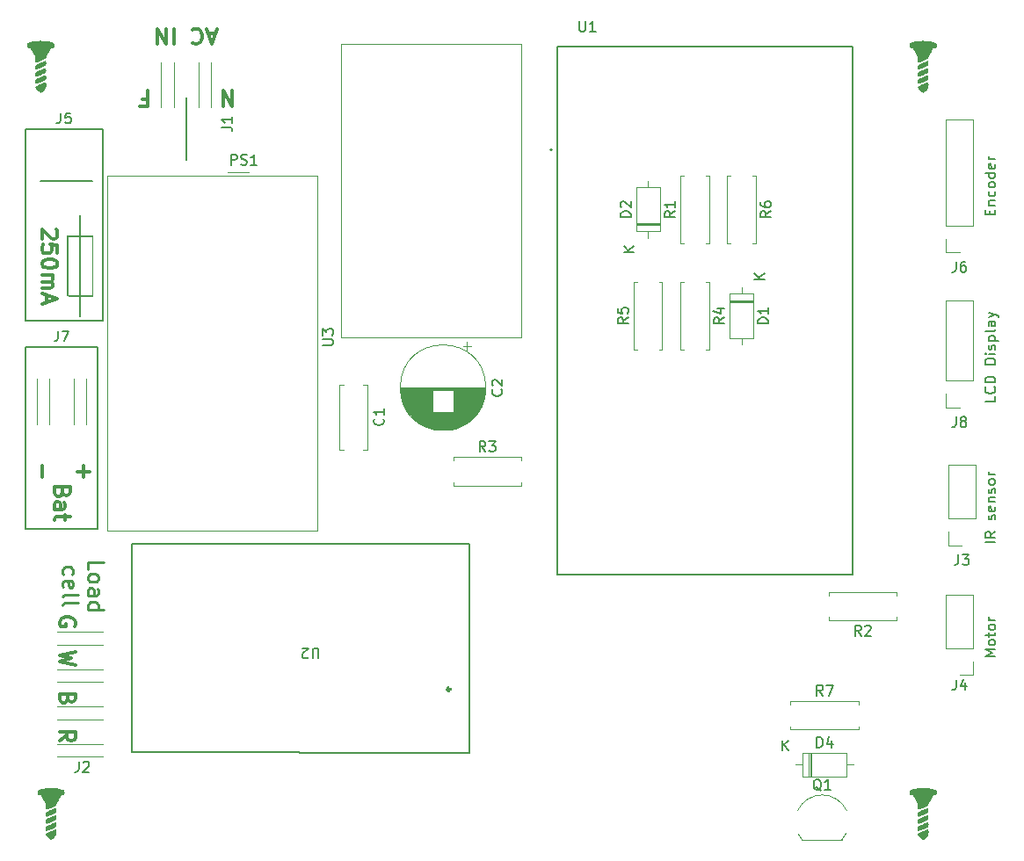
<source format=gbr>
%TF.GenerationSoftware,KiCad,Pcbnew,(6.0.1)*%
%TF.CreationDate,2022-06-09T16:49:39-03:00*%
%TF.ProjectId,alimentador automatico para pets,616c696d-656e-4746-9164-6f7220617574,rev?*%
%TF.SameCoordinates,Original*%
%TF.FileFunction,Legend,Top*%
%TF.FilePolarity,Positive*%
%FSLAX46Y46*%
G04 Gerber Fmt 4.6, Leading zero omitted, Abs format (unit mm)*
G04 Created by KiCad (PCBNEW (6.0.1)) date 2022-06-09 16:49:39*
%MOMM*%
%LPD*%
G01*
G04 APERTURE LIST*
%ADD10C,0.150000*%
%ADD11C,0.300000*%
%ADD12C,0.250000*%
%ADD13C,0.120000*%
%ADD14C,0.127000*%
%ADD15C,0.200000*%
G04 APERTURE END LIST*
D10*
X117428571Y-44238095D02*
X117428571Y-43904761D01*
X117952380Y-43761904D02*
X117952380Y-44238095D01*
X116952380Y-44238095D01*
X116952380Y-43761904D01*
X117285714Y-43333333D02*
X117952380Y-43333333D01*
X117380952Y-43333333D02*
X117333333Y-43285714D01*
X117285714Y-43190476D01*
X117285714Y-43047619D01*
X117333333Y-42952380D01*
X117428571Y-42904761D01*
X117952380Y-42904761D01*
X117904761Y-42000000D02*
X117952380Y-42095238D01*
X117952380Y-42285714D01*
X117904761Y-42380952D01*
X117857142Y-42428571D01*
X117761904Y-42476190D01*
X117476190Y-42476190D01*
X117380952Y-42428571D01*
X117333333Y-42380952D01*
X117285714Y-42285714D01*
X117285714Y-42095238D01*
X117333333Y-42000000D01*
X117952380Y-41428571D02*
X117904761Y-41523809D01*
X117857142Y-41571428D01*
X117761904Y-41619047D01*
X117476190Y-41619047D01*
X117380952Y-41571428D01*
X117333333Y-41523809D01*
X117285714Y-41428571D01*
X117285714Y-41285714D01*
X117333333Y-41190476D01*
X117380952Y-41142857D01*
X117476190Y-41095238D01*
X117761904Y-41095238D01*
X117857142Y-41142857D01*
X117904761Y-41190476D01*
X117952380Y-41285714D01*
X117952380Y-41428571D01*
X117952380Y-40238095D02*
X116952380Y-40238095D01*
X117904761Y-40238095D02*
X117952380Y-40333333D01*
X117952380Y-40523809D01*
X117904761Y-40619047D01*
X117857142Y-40666666D01*
X117761904Y-40714285D01*
X117476190Y-40714285D01*
X117380952Y-40666666D01*
X117333333Y-40619047D01*
X117285714Y-40523809D01*
X117285714Y-40333333D01*
X117333333Y-40238095D01*
X117904761Y-39380952D02*
X117952380Y-39476190D01*
X117952380Y-39666666D01*
X117904761Y-39761904D01*
X117809523Y-39809523D01*
X117428571Y-39809523D01*
X117333333Y-39761904D01*
X117285714Y-39666666D01*
X117285714Y-39476190D01*
X117333333Y-39380952D01*
X117428571Y-39333333D01*
X117523809Y-39333333D01*
X117619047Y-39809523D01*
X117952380Y-38904761D02*
X117285714Y-38904761D01*
X117476190Y-38904761D02*
X117380952Y-38857142D01*
X117333333Y-38809523D01*
X117285714Y-38714285D01*
X117285714Y-38619047D01*
X117952380Y-61761904D02*
X117952380Y-62238095D01*
X116952380Y-62238095D01*
X117857142Y-60857142D02*
X117904761Y-60904761D01*
X117952380Y-61047619D01*
X117952380Y-61142857D01*
X117904761Y-61285714D01*
X117809523Y-61380952D01*
X117714285Y-61428571D01*
X117523809Y-61476190D01*
X117380952Y-61476190D01*
X117190476Y-61428571D01*
X117095238Y-61380952D01*
X117000000Y-61285714D01*
X116952380Y-61142857D01*
X116952380Y-61047619D01*
X117000000Y-60904761D01*
X117047619Y-60857142D01*
X117952380Y-60428571D02*
X116952380Y-60428571D01*
X116952380Y-60190476D01*
X117000000Y-60047619D01*
X117095238Y-59952380D01*
X117190476Y-59904761D01*
X117380952Y-59857142D01*
X117523809Y-59857142D01*
X117714285Y-59904761D01*
X117809523Y-59952380D01*
X117904761Y-60047619D01*
X117952380Y-60190476D01*
X117952380Y-60428571D01*
X117952380Y-58666666D02*
X116952380Y-58666666D01*
X116952380Y-58428571D01*
X117000000Y-58285714D01*
X117095238Y-58190476D01*
X117190476Y-58142857D01*
X117380952Y-58095238D01*
X117523809Y-58095238D01*
X117714285Y-58142857D01*
X117809523Y-58190476D01*
X117904761Y-58285714D01*
X117952380Y-58428571D01*
X117952380Y-58666666D01*
X117952380Y-57666666D02*
X117285714Y-57666666D01*
X116952380Y-57666666D02*
X117000000Y-57714285D01*
X117047619Y-57666666D01*
X117000000Y-57619047D01*
X116952380Y-57666666D01*
X117047619Y-57666666D01*
X117904761Y-57238095D02*
X117952380Y-57142857D01*
X117952380Y-56952380D01*
X117904761Y-56857142D01*
X117809523Y-56809523D01*
X117761904Y-56809523D01*
X117666666Y-56857142D01*
X117619047Y-56952380D01*
X117619047Y-57095238D01*
X117571428Y-57190476D01*
X117476190Y-57238095D01*
X117428571Y-57238095D01*
X117333333Y-57190476D01*
X117285714Y-57095238D01*
X117285714Y-56952380D01*
X117333333Y-56857142D01*
X117285714Y-56380952D02*
X118285714Y-56380952D01*
X117333333Y-56380952D02*
X117285714Y-56285714D01*
X117285714Y-56095238D01*
X117333333Y-56000000D01*
X117380952Y-55952380D01*
X117476190Y-55904761D01*
X117761904Y-55904761D01*
X117857142Y-55952380D01*
X117904761Y-56000000D01*
X117952380Y-56095238D01*
X117952380Y-56285714D01*
X117904761Y-56380952D01*
X117952380Y-55333333D02*
X117904761Y-55428571D01*
X117809523Y-55476190D01*
X116952380Y-55476190D01*
X117952380Y-54523809D02*
X117428571Y-54523809D01*
X117333333Y-54571428D01*
X117285714Y-54666666D01*
X117285714Y-54857142D01*
X117333333Y-54952380D01*
X117904761Y-54523809D02*
X117952380Y-54619047D01*
X117952380Y-54857142D01*
X117904761Y-54952380D01*
X117809523Y-55000000D01*
X117714285Y-55000000D01*
X117619047Y-54952380D01*
X117571428Y-54857142D01*
X117571428Y-54619047D01*
X117523809Y-54523809D01*
X117285714Y-54142857D02*
X117952380Y-53904761D01*
X117285714Y-53666666D02*
X117952380Y-53904761D01*
X118190476Y-54000000D01*
X118238095Y-54047619D01*
X118285714Y-54142857D01*
X117952380Y-75833333D02*
X116952380Y-75833333D01*
X117952380Y-74785714D02*
X117476190Y-75119047D01*
X117952380Y-75357142D02*
X116952380Y-75357142D01*
X116952380Y-74976190D01*
X117000000Y-74880952D01*
X117047619Y-74833333D01*
X117142857Y-74785714D01*
X117285714Y-74785714D01*
X117380952Y-74833333D01*
X117428571Y-74880952D01*
X117476190Y-74976190D01*
X117476190Y-75357142D01*
X117904761Y-73642857D02*
X117952380Y-73547619D01*
X117952380Y-73357142D01*
X117904761Y-73261904D01*
X117809523Y-73214285D01*
X117761904Y-73214285D01*
X117666666Y-73261904D01*
X117619047Y-73357142D01*
X117619047Y-73500000D01*
X117571428Y-73595238D01*
X117476190Y-73642857D01*
X117428571Y-73642857D01*
X117333333Y-73595238D01*
X117285714Y-73500000D01*
X117285714Y-73357142D01*
X117333333Y-73261904D01*
X117904761Y-72404761D02*
X117952380Y-72500000D01*
X117952380Y-72690476D01*
X117904761Y-72785714D01*
X117809523Y-72833333D01*
X117428571Y-72833333D01*
X117333333Y-72785714D01*
X117285714Y-72690476D01*
X117285714Y-72500000D01*
X117333333Y-72404761D01*
X117428571Y-72357142D01*
X117523809Y-72357142D01*
X117619047Y-72833333D01*
X117285714Y-71928571D02*
X117952380Y-71928571D01*
X117380952Y-71928571D02*
X117333333Y-71880952D01*
X117285714Y-71785714D01*
X117285714Y-71642857D01*
X117333333Y-71547619D01*
X117428571Y-71500000D01*
X117952380Y-71500000D01*
X117904761Y-71071428D02*
X117952380Y-70976190D01*
X117952380Y-70785714D01*
X117904761Y-70690476D01*
X117809523Y-70642857D01*
X117761904Y-70642857D01*
X117666666Y-70690476D01*
X117619047Y-70785714D01*
X117619047Y-70928571D01*
X117571428Y-71023809D01*
X117476190Y-71071428D01*
X117428571Y-71071428D01*
X117333333Y-71023809D01*
X117285714Y-70928571D01*
X117285714Y-70785714D01*
X117333333Y-70690476D01*
X117952380Y-70071428D02*
X117904761Y-70166666D01*
X117857142Y-70214285D01*
X117761904Y-70261904D01*
X117476190Y-70261904D01*
X117380952Y-70214285D01*
X117333333Y-70166666D01*
X117285714Y-70071428D01*
X117285714Y-69928571D01*
X117333333Y-69833333D01*
X117380952Y-69785714D01*
X117476190Y-69738095D01*
X117761904Y-69738095D01*
X117857142Y-69785714D01*
X117904761Y-69833333D01*
X117952380Y-69928571D01*
X117952380Y-70071428D01*
X117952380Y-69309523D02*
X117285714Y-69309523D01*
X117476190Y-69309523D02*
X117380952Y-69261904D01*
X117333333Y-69214285D01*
X117285714Y-69119047D01*
X117285714Y-69023809D01*
X117952380Y-86833333D02*
X116952380Y-86833333D01*
X117666666Y-86500000D01*
X116952380Y-86166666D01*
X117952380Y-86166666D01*
X117952380Y-85547619D02*
X117904761Y-85642857D01*
X117857142Y-85690476D01*
X117761904Y-85738095D01*
X117476190Y-85738095D01*
X117380952Y-85690476D01*
X117333333Y-85642857D01*
X117285714Y-85547619D01*
X117285714Y-85404761D01*
X117333333Y-85309523D01*
X117380952Y-85261904D01*
X117476190Y-85214285D01*
X117761904Y-85214285D01*
X117857142Y-85261904D01*
X117904761Y-85309523D01*
X117952380Y-85404761D01*
X117952380Y-85547619D01*
X117285714Y-84928571D02*
X117285714Y-84547619D01*
X116952380Y-84785714D02*
X117809523Y-84785714D01*
X117904761Y-84738095D01*
X117952380Y-84642857D01*
X117952380Y-84547619D01*
X117952380Y-84071428D02*
X117904761Y-84166666D01*
X117857142Y-84214285D01*
X117761904Y-84261904D01*
X117476190Y-84261904D01*
X117380952Y-84214285D01*
X117333333Y-84166666D01*
X117285714Y-84071428D01*
X117285714Y-83928571D01*
X117333333Y-83833333D01*
X117380952Y-83785714D01*
X117476190Y-83738095D01*
X117761904Y-83738095D01*
X117857142Y-83785714D01*
X117904761Y-83833333D01*
X117952380Y-83928571D01*
X117952380Y-84071428D01*
X117952380Y-83309523D02*
X117285714Y-83309523D01*
X117476190Y-83309523D02*
X117380952Y-83261904D01*
X117333333Y-83214285D01*
X117285714Y-83119047D01*
X117285714Y-83023809D01*
X24500000Y-36000000D02*
X24500000Y-54500000D01*
X32000000Y-36000000D02*
X24500000Y-36000000D01*
X32000000Y-54500000D02*
X32000000Y-36000000D01*
X24500000Y-54500000D02*
X32000000Y-54500000D01*
X40000000Y-33000000D02*
X40000000Y-39000000D01*
X26000000Y-41000000D02*
X31000000Y-41000000D01*
X24500000Y-57000000D02*
X31500000Y-57000000D01*
X31500000Y-57000000D02*
X31500000Y-74500000D01*
X31500000Y-74500000D02*
X24500000Y-74500000D01*
X24500000Y-74500000D02*
X24500000Y-57000000D01*
D11*
X28607142Y-90907142D02*
X28535714Y-91121428D01*
X28464285Y-91192857D01*
X28321428Y-91264285D01*
X28107142Y-91264285D01*
X27964285Y-91192857D01*
X27892857Y-91121428D01*
X27821428Y-90978571D01*
X27821428Y-90407142D01*
X29321428Y-90407142D01*
X29321428Y-90907142D01*
X29250000Y-91050000D01*
X29178571Y-91121428D01*
X29035714Y-91192857D01*
X28892857Y-91192857D01*
X28750000Y-91121428D01*
X28678571Y-91050000D01*
X28607142Y-90907142D01*
X28607142Y-90407142D01*
X29250000Y-83892857D02*
X29321428Y-83750000D01*
X29321428Y-83535714D01*
X29250000Y-83321428D01*
X29107142Y-83178571D01*
X28964285Y-83107142D01*
X28678571Y-83035714D01*
X28464285Y-83035714D01*
X28178571Y-83107142D01*
X28035714Y-83178571D01*
X27892857Y-83321428D01*
X27821428Y-83535714D01*
X27821428Y-83678571D01*
X27892857Y-83892857D01*
X27964285Y-83964285D01*
X28464285Y-83964285D01*
X28464285Y-83678571D01*
X28107142Y-71000000D02*
X28035714Y-71214285D01*
X27964285Y-71285714D01*
X27821428Y-71357142D01*
X27607142Y-71357142D01*
X27464285Y-71285714D01*
X27392857Y-71214285D01*
X27321428Y-71071428D01*
X27321428Y-70500000D01*
X28821428Y-70500000D01*
X28821428Y-71000000D01*
X28750000Y-71142857D01*
X28678571Y-71214285D01*
X28535714Y-71285714D01*
X28392857Y-71285714D01*
X28250000Y-71214285D01*
X28178571Y-71142857D01*
X28107142Y-71000000D01*
X28107142Y-70500000D01*
X27321428Y-72642857D02*
X28107142Y-72642857D01*
X28250000Y-72571428D01*
X28321428Y-72428571D01*
X28321428Y-72142857D01*
X28250000Y-72000000D01*
X27392857Y-72642857D02*
X27321428Y-72500000D01*
X27321428Y-72142857D01*
X27392857Y-72000000D01*
X27535714Y-71928571D01*
X27678571Y-71928571D01*
X27821428Y-72000000D01*
X27892857Y-72142857D01*
X27892857Y-72500000D01*
X27964285Y-72642857D01*
X28321428Y-73142857D02*
X28321428Y-73714285D01*
X28821428Y-73357142D02*
X27535714Y-73357142D01*
X27392857Y-73428571D01*
X27321428Y-73571428D01*
X27321428Y-73714285D01*
X35785714Y-33107142D02*
X36285714Y-33107142D01*
X36285714Y-32321428D02*
X36285714Y-33821428D01*
X35571428Y-33821428D01*
X42821428Y-26750000D02*
X42107142Y-26750000D01*
X42964285Y-26321428D02*
X42464285Y-27821428D01*
X41964285Y-26321428D01*
X40607142Y-26464285D02*
X40678571Y-26392857D01*
X40892857Y-26321428D01*
X41035714Y-26321428D01*
X41250000Y-26392857D01*
X41392857Y-26535714D01*
X41464285Y-26678571D01*
X41535714Y-26964285D01*
X41535714Y-27178571D01*
X41464285Y-27464285D01*
X41392857Y-27607142D01*
X41250000Y-27750000D01*
X41035714Y-27821428D01*
X40892857Y-27821428D01*
X40678571Y-27750000D01*
X40607142Y-27678571D01*
X38821428Y-26321428D02*
X38821428Y-27821428D01*
X38107142Y-26321428D02*
X38107142Y-27821428D01*
X37250000Y-26321428D01*
X37250000Y-27821428D01*
X27821428Y-94964285D02*
X28535714Y-94464285D01*
X27821428Y-94107142D02*
X29321428Y-94107142D01*
X29321428Y-94678571D01*
X29250000Y-94821428D01*
X29178571Y-94892857D01*
X29035714Y-94964285D01*
X28821428Y-94964285D01*
X28678571Y-94892857D01*
X28607142Y-94821428D01*
X28535714Y-94678571D01*
X28535714Y-94107142D01*
X27478571Y-45700000D02*
X27550000Y-45771428D01*
X27621428Y-45914285D01*
X27621428Y-46271428D01*
X27550000Y-46414285D01*
X27478571Y-46485714D01*
X27335714Y-46557142D01*
X27192857Y-46557142D01*
X26978571Y-46485714D01*
X26121428Y-45628571D01*
X26121428Y-46557142D01*
X27621428Y-47914285D02*
X27621428Y-47200000D01*
X26907142Y-47128571D01*
X26978571Y-47200000D01*
X27050000Y-47342857D01*
X27050000Y-47700000D01*
X26978571Y-47842857D01*
X26907142Y-47914285D01*
X26764285Y-47985714D01*
X26407142Y-47985714D01*
X26264285Y-47914285D01*
X26192857Y-47842857D01*
X26121428Y-47700000D01*
X26121428Y-47342857D01*
X26192857Y-47200000D01*
X26264285Y-47128571D01*
X27621428Y-48914285D02*
X27621428Y-49057142D01*
X27550000Y-49200000D01*
X27478571Y-49271428D01*
X27335714Y-49342857D01*
X27050000Y-49414285D01*
X26692857Y-49414285D01*
X26407142Y-49342857D01*
X26264285Y-49271428D01*
X26192857Y-49200000D01*
X26121428Y-49057142D01*
X26121428Y-48914285D01*
X26192857Y-48771428D01*
X26264285Y-48700000D01*
X26407142Y-48628571D01*
X26692857Y-48557142D01*
X27050000Y-48557142D01*
X27335714Y-48628571D01*
X27478571Y-48700000D01*
X27550000Y-48771428D01*
X27621428Y-48914285D01*
X26121428Y-50057142D02*
X27121428Y-50057142D01*
X26978571Y-50057142D02*
X27050000Y-50128571D01*
X27121428Y-50271428D01*
X27121428Y-50485714D01*
X27050000Y-50628571D01*
X26907142Y-50700000D01*
X26121428Y-50700000D01*
X26907142Y-50700000D02*
X27050000Y-50771428D01*
X27121428Y-50914285D01*
X27121428Y-51128571D01*
X27050000Y-51271428D01*
X26907142Y-51342857D01*
X26121428Y-51342857D01*
X26550000Y-51985714D02*
X26550000Y-52700000D01*
X26121428Y-51842857D02*
X27621428Y-52342857D01*
X26121428Y-52842857D01*
D12*
X30528928Y-78428571D02*
X30528928Y-77714285D01*
X32028928Y-77714285D01*
X30528928Y-79142857D02*
X30600357Y-79000000D01*
X30671785Y-78928571D01*
X30814642Y-78857142D01*
X31243214Y-78857142D01*
X31386071Y-78928571D01*
X31457500Y-79000000D01*
X31528928Y-79142857D01*
X31528928Y-79357142D01*
X31457500Y-79500000D01*
X31386071Y-79571428D01*
X31243214Y-79642857D01*
X30814642Y-79642857D01*
X30671785Y-79571428D01*
X30600357Y-79500000D01*
X30528928Y-79357142D01*
X30528928Y-79142857D01*
X30528928Y-80928571D02*
X31314642Y-80928571D01*
X31457500Y-80857142D01*
X31528928Y-80714285D01*
X31528928Y-80428571D01*
X31457500Y-80285714D01*
X30600357Y-80928571D02*
X30528928Y-80785714D01*
X30528928Y-80428571D01*
X30600357Y-80285714D01*
X30743214Y-80214285D01*
X30886071Y-80214285D01*
X31028928Y-80285714D01*
X31100357Y-80428571D01*
X31100357Y-80785714D01*
X31171785Y-80928571D01*
X30528928Y-82285714D02*
X32028928Y-82285714D01*
X30600357Y-82285714D02*
X30528928Y-82142857D01*
X30528928Y-81857142D01*
X30600357Y-81714285D01*
X30671785Y-81642857D01*
X30814642Y-81571428D01*
X31243214Y-81571428D01*
X31386071Y-81642857D01*
X31457500Y-81714285D01*
X31528928Y-81857142D01*
X31528928Y-82142857D01*
X31457500Y-82285714D01*
X28185357Y-78928571D02*
X28113928Y-78785714D01*
X28113928Y-78500000D01*
X28185357Y-78357142D01*
X28256785Y-78285714D01*
X28399642Y-78214285D01*
X28828214Y-78214285D01*
X28971071Y-78285714D01*
X29042500Y-78357142D01*
X29113928Y-78500000D01*
X29113928Y-78785714D01*
X29042500Y-78928571D01*
X28185357Y-80142857D02*
X28113928Y-80000000D01*
X28113928Y-79714285D01*
X28185357Y-79571428D01*
X28328214Y-79500000D01*
X28899642Y-79500000D01*
X29042500Y-79571428D01*
X29113928Y-79714285D01*
X29113928Y-80000000D01*
X29042500Y-80142857D01*
X28899642Y-80214285D01*
X28756785Y-80214285D01*
X28613928Y-79500000D01*
X28113928Y-81071428D02*
X28185357Y-80928571D01*
X28328214Y-80857142D01*
X29613928Y-80857142D01*
X28113928Y-81857142D02*
X28185357Y-81714285D01*
X28328214Y-81642857D01*
X29613928Y-81642857D01*
D11*
X44428571Y-32321428D02*
X44428571Y-33821428D01*
X43571428Y-32321428D01*
X43571428Y-33821428D01*
X29321428Y-86357142D02*
X27821428Y-86714285D01*
X28892857Y-87000000D01*
X27821428Y-87285714D01*
X29321428Y-87642857D01*
X30107142Y-69571428D02*
X30107142Y-68428571D01*
X30678571Y-69000000D02*
X29535714Y-69000000D01*
X26107142Y-69571428D02*
X26107142Y-68428571D01*
D10*
%TO.C,J3*%
X114391666Y-76997380D02*
X114391666Y-77711666D01*
X114344047Y-77854523D01*
X114248809Y-77949761D01*
X114105952Y-77997380D01*
X114010714Y-77997380D01*
X114772619Y-76997380D02*
X115391666Y-76997380D01*
X115058333Y-77378333D01*
X115201190Y-77378333D01*
X115296428Y-77425952D01*
X115344047Y-77473571D01*
X115391666Y-77568809D01*
X115391666Y-77806904D01*
X115344047Y-77902142D01*
X115296428Y-77949761D01*
X115201190Y-77997380D01*
X114915476Y-77997380D01*
X114820238Y-77949761D01*
X114772619Y-77902142D01*
%TO.C,J4*%
X114166666Y-89057380D02*
X114166666Y-89771666D01*
X114119047Y-89914523D01*
X114023809Y-90009761D01*
X113880952Y-90057380D01*
X113785714Y-90057380D01*
X115071428Y-89390714D02*
X115071428Y-90057380D01*
X114833333Y-89009761D02*
X114595238Y-89724047D01*
X115214285Y-89724047D01*
%TO.C,D1*%
X96072380Y-54738095D02*
X95072380Y-54738095D01*
X95072380Y-54500000D01*
X95120000Y-54357142D01*
X95215238Y-54261904D01*
X95310476Y-54214285D01*
X95500952Y-54166666D01*
X95643809Y-54166666D01*
X95834285Y-54214285D01*
X95929523Y-54261904D01*
X96024761Y-54357142D01*
X96072380Y-54500000D01*
X96072380Y-54738095D01*
X96072380Y-53214285D02*
X96072380Y-53785714D01*
X96072380Y-53500000D02*
X95072380Y-53500000D01*
X95215238Y-53595238D01*
X95310476Y-53690476D01*
X95358095Y-53785714D01*
X95752380Y-50451904D02*
X94752380Y-50451904D01*
X95752380Y-49880476D02*
X95180952Y-50309047D01*
X94752380Y-49880476D02*
X95323809Y-50451904D01*
%TO.C,R6*%
X96322380Y-43916666D02*
X95846190Y-44250000D01*
X96322380Y-44488095D02*
X95322380Y-44488095D01*
X95322380Y-44107142D01*
X95370000Y-44011904D01*
X95417619Y-43964285D01*
X95512857Y-43916666D01*
X95655714Y-43916666D01*
X95750952Y-43964285D01*
X95798571Y-44011904D01*
X95846190Y-44107142D01*
X95846190Y-44488095D01*
X95322380Y-43059523D02*
X95322380Y-43250000D01*
X95370000Y-43345238D01*
X95417619Y-43392857D01*
X95560476Y-43488095D01*
X95750952Y-43535714D01*
X96131904Y-43535714D01*
X96227142Y-43488095D01*
X96274761Y-43440476D01*
X96322380Y-43345238D01*
X96322380Y-43154761D01*
X96274761Y-43059523D01*
X96227142Y-43011904D01*
X96131904Y-42964285D01*
X95893809Y-42964285D01*
X95798571Y-43011904D01*
X95750952Y-43059523D01*
X95703333Y-43154761D01*
X95703333Y-43345238D01*
X95750952Y-43440476D01*
X95798571Y-43488095D01*
X95893809Y-43535714D01*
%TO.C,U3*%
X53147380Y-56816904D02*
X53956904Y-56816904D01*
X54052142Y-56769285D01*
X54099761Y-56721666D01*
X54147380Y-56626428D01*
X54147380Y-56435952D01*
X54099761Y-56340714D01*
X54052142Y-56293095D01*
X53956904Y-56245476D01*
X53147380Y-56245476D01*
X53147380Y-55864523D02*
X53147380Y-55245476D01*
X53528333Y-55578809D01*
X53528333Y-55435952D01*
X53575952Y-55340714D01*
X53623571Y-55293095D01*
X53718809Y-55245476D01*
X53956904Y-55245476D01*
X54052142Y-55293095D01*
X54099761Y-55340714D01*
X54147380Y-55435952D01*
X54147380Y-55721666D01*
X54099761Y-55816904D01*
X54052142Y-55864523D01*
%TO.C,J2*%
X29666666Y-96952380D02*
X29666666Y-97666666D01*
X29619047Y-97809523D01*
X29523809Y-97904761D01*
X29380952Y-97952380D01*
X29285714Y-97952380D01*
X30095238Y-97047619D02*
X30142857Y-97000000D01*
X30238095Y-96952380D01*
X30476190Y-96952380D01*
X30571428Y-97000000D01*
X30619047Y-97047619D01*
X30666666Y-97142857D01*
X30666666Y-97238095D01*
X30619047Y-97380952D01*
X30047619Y-97952380D01*
X30666666Y-97952380D01*
%TO.C,R7*%
X101333333Y-90582380D02*
X101000000Y-90106190D01*
X100761904Y-90582380D02*
X100761904Y-89582380D01*
X101142857Y-89582380D01*
X101238095Y-89630000D01*
X101285714Y-89677619D01*
X101333333Y-89772857D01*
X101333333Y-89915714D01*
X101285714Y-90010952D01*
X101238095Y-90058571D01*
X101142857Y-90106190D01*
X100761904Y-90106190D01*
X101666666Y-89582380D02*
X102333333Y-89582380D01*
X101904761Y-90582380D01*
%TO.C,R3*%
X68833333Y-67082380D02*
X68500000Y-66606190D01*
X68261904Y-67082380D02*
X68261904Y-66082380D01*
X68642857Y-66082380D01*
X68738095Y-66130000D01*
X68785714Y-66177619D01*
X68833333Y-66272857D01*
X68833333Y-66415714D01*
X68785714Y-66510952D01*
X68738095Y-66558571D01*
X68642857Y-66606190D01*
X68261904Y-66606190D01*
X69166666Y-66082380D02*
X69785714Y-66082380D01*
X69452380Y-66463333D01*
X69595238Y-66463333D01*
X69690476Y-66510952D01*
X69738095Y-66558571D01*
X69785714Y-66653809D01*
X69785714Y-66891904D01*
X69738095Y-66987142D01*
X69690476Y-67034761D01*
X69595238Y-67082380D01*
X69309523Y-67082380D01*
X69214285Y-67034761D01*
X69166666Y-66987142D01*
%TO.C,C1*%
X58971142Y-63916666D02*
X59018761Y-63964285D01*
X59066380Y-64107142D01*
X59066380Y-64202380D01*
X59018761Y-64345238D01*
X58923523Y-64440476D01*
X58828285Y-64488095D01*
X58637809Y-64535714D01*
X58494952Y-64535714D01*
X58304476Y-64488095D01*
X58209238Y-64440476D01*
X58114000Y-64345238D01*
X58066380Y-64202380D01*
X58066380Y-64107142D01*
X58114000Y-63964285D01*
X58161619Y-63916666D01*
X59066380Y-62964285D02*
X59066380Y-63535714D01*
X59066380Y-63250000D02*
X58066380Y-63250000D01*
X58209238Y-63345238D01*
X58304476Y-63440476D01*
X58352095Y-63535714D01*
%TO.C,J1*%
X43452380Y-35833333D02*
X44166666Y-35833333D01*
X44309523Y-35880952D01*
X44404761Y-35976190D01*
X44452380Y-36119047D01*
X44452380Y-36214285D01*
X44452380Y-34833333D02*
X44452380Y-35404761D01*
X44452380Y-35119047D02*
X43452380Y-35119047D01*
X43595238Y-35214285D01*
X43690476Y-35309523D01*
X43738095Y-35404761D01*
%TO.C,R5*%
X82582380Y-54166666D02*
X82106190Y-54500000D01*
X82582380Y-54738095D02*
X81582380Y-54738095D01*
X81582380Y-54357142D01*
X81630000Y-54261904D01*
X81677619Y-54214285D01*
X81772857Y-54166666D01*
X81915714Y-54166666D01*
X82010952Y-54214285D01*
X82058571Y-54261904D01*
X82106190Y-54357142D01*
X82106190Y-54738095D01*
X81582380Y-53261904D02*
X81582380Y-53738095D01*
X82058571Y-53785714D01*
X82010952Y-53738095D01*
X81963333Y-53642857D01*
X81963333Y-53404761D01*
X82010952Y-53309523D01*
X82058571Y-53261904D01*
X82153809Y-53214285D01*
X82391904Y-53214285D01*
X82487142Y-53261904D01*
X82534761Y-53309523D01*
X82582380Y-53404761D01*
X82582380Y-53642857D01*
X82534761Y-53738095D01*
X82487142Y-53785714D01*
%TO.C,Q1*%
X101174761Y-99757619D02*
X101079523Y-99710000D01*
X100984285Y-99614761D01*
X100841428Y-99471904D01*
X100746190Y-99424285D01*
X100650952Y-99424285D01*
X100698571Y-99662380D02*
X100603333Y-99614761D01*
X100508095Y-99519523D01*
X100460476Y-99329047D01*
X100460476Y-98995714D01*
X100508095Y-98805238D01*
X100603333Y-98710000D01*
X100698571Y-98662380D01*
X100889047Y-98662380D01*
X100984285Y-98710000D01*
X101079523Y-98805238D01*
X101127142Y-98995714D01*
X101127142Y-99329047D01*
X101079523Y-99519523D01*
X100984285Y-99614761D01*
X100889047Y-99662380D01*
X100698571Y-99662380D01*
X102079523Y-99662380D02*
X101508095Y-99662380D01*
X101793809Y-99662380D02*
X101793809Y-98662380D01*
X101698571Y-98805238D01*
X101603333Y-98900476D01*
X101508095Y-98948095D01*
%TO.C,J6*%
X114166666Y-48772380D02*
X114166666Y-49486666D01*
X114119047Y-49629523D01*
X114023809Y-49724761D01*
X113880952Y-49772380D01*
X113785714Y-49772380D01*
X115071428Y-48772380D02*
X114880952Y-48772380D01*
X114785714Y-48820000D01*
X114738095Y-48867619D01*
X114642857Y-49010476D01*
X114595238Y-49200952D01*
X114595238Y-49581904D01*
X114642857Y-49677142D01*
X114690476Y-49724761D01*
X114785714Y-49772380D01*
X114976190Y-49772380D01*
X115071428Y-49724761D01*
X115119047Y-49677142D01*
X115166666Y-49581904D01*
X115166666Y-49343809D01*
X115119047Y-49248571D01*
X115071428Y-49200952D01*
X114976190Y-49153333D01*
X114785714Y-49153333D01*
X114690476Y-49200952D01*
X114642857Y-49248571D01*
X114595238Y-49343809D01*
%TO.C,D2*%
X82832380Y-44488095D02*
X81832380Y-44488095D01*
X81832380Y-44250000D01*
X81880000Y-44107142D01*
X81975238Y-44011904D01*
X82070476Y-43964285D01*
X82260952Y-43916666D01*
X82403809Y-43916666D01*
X82594285Y-43964285D01*
X82689523Y-44011904D01*
X82784761Y-44107142D01*
X82832380Y-44250000D01*
X82832380Y-44488095D01*
X81927619Y-43535714D02*
X81880000Y-43488095D01*
X81832380Y-43392857D01*
X81832380Y-43154761D01*
X81880000Y-43059523D01*
X81927619Y-43011904D01*
X82022857Y-42964285D01*
X82118095Y-42964285D01*
X82260952Y-43011904D01*
X82832380Y-43583333D01*
X82832380Y-42964285D01*
X83152380Y-47821904D02*
X82152380Y-47821904D01*
X83152380Y-47250476D02*
X82580952Y-47679047D01*
X82152380Y-47250476D02*
X82723809Y-47821904D01*
%TO.C,J7*%
X27666666Y-55452380D02*
X27666666Y-56166666D01*
X27619047Y-56309523D01*
X27523809Y-56404761D01*
X27380952Y-56452380D01*
X27285714Y-56452380D01*
X28047619Y-55452380D02*
X28714285Y-55452380D01*
X28285714Y-56452380D01*
%TO.C,R2*%
X105023333Y-84822380D02*
X104690000Y-84346190D01*
X104451904Y-84822380D02*
X104451904Y-83822380D01*
X104832857Y-83822380D01*
X104928095Y-83870000D01*
X104975714Y-83917619D01*
X105023333Y-84012857D01*
X105023333Y-84155714D01*
X104975714Y-84250952D01*
X104928095Y-84298571D01*
X104832857Y-84346190D01*
X104451904Y-84346190D01*
X105404285Y-83917619D02*
X105451904Y-83870000D01*
X105547142Y-83822380D01*
X105785238Y-83822380D01*
X105880476Y-83870000D01*
X105928095Y-83917619D01*
X105975714Y-84012857D01*
X105975714Y-84108095D01*
X105928095Y-84250952D01*
X105356666Y-84822380D01*
X105975714Y-84822380D01*
%TO.C,C2*%
X70357142Y-61089317D02*
X70404761Y-61136936D01*
X70452380Y-61279793D01*
X70452380Y-61375031D01*
X70404761Y-61517889D01*
X70309523Y-61613127D01*
X70214285Y-61660746D01*
X70023809Y-61708365D01*
X69880952Y-61708365D01*
X69690476Y-61660746D01*
X69595238Y-61613127D01*
X69500000Y-61517889D01*
X69452380Y-61375031D01*
X69452380Y-61279793D01*
X69500000Y-61136936D01*
X69547619Y-61089317D01*
X69547619Y-60708365D02*
X69500000Y-60660746D01*
X69452380Y-60565508D01*
X69452380Y-60327412D01*
X69500000Y-60232174D01*
X69547619Y-60184555D01*
X69642857Y-60136936D01*
X69738095Y-60136936D01*
X69880952Y-60184555D01*
X70452380Y-60755984D01*
X70452380Y-60136936D01*
%TO.C,J8*%
X114166666Y-63722380D02*
X114166666Y-64436666D01*
X114119047Y-64579523D01*
X114023809Y-64674761D01*
X113880952Y-64722380D01*
X113785714Y-64722380D01*
X114785714Y-64150952D02*
X114690476Y-64103333D01*
X114642857Y-64055714D01*
X114595238Y-63960476D01*
X114595238Y-63912857D01*
X114642857Y-63817619D01*
X114690476Y-63770000D01*
X114785714Y-63722380D01*
X114976190Y-63722380D01*
X115071428Y-63770000D01*
X115119047Y-63817619D01*
X115166666Y-63912857D01*
X115166666Y-63960476D01*
X115119047Y-64055714D01*
X115071428Y-64103333D01*
X114976190Y-64150952D01*
X114785714Y-64150952D01*
X114690476Y-64198571D01*
X114642857Y-64246190D01*
X114595238Y-64341428D01*
X114595238Y-64531904D01*
X114642857Y-64627142D01*
X114690476Y-64674761D01*
X114785714Y-64722380D01*
X114976190Y-64722380D01*
X115071428Y-64674761D01*
X115119047Y-64627142D01*
X115166666Y-64531904D01*
X115166666Y-64341428D01*
X115119047Y-64246190D01*
X115071428Y-64198571D01*
X114976190Y-64150952D01*
%TO.C,J5*%
X27916666Y-34452380D02*
X27916666Y-35166666D01*
X27869047Y-35309523D01*
X27773809Y-35404761D01*
X27630952Y-35452380D01*
X27535714Y-35452380D01*
X28869047Y-34452380D02*
X28392857Y-34452380D01*
X28345238Y-34928571D01*
X28392857Y-34880952D01*
X28488095Y-34833333D01*
X28726190Y-34833333D01*
X28821428Y-34880952D01*
X28869047Y-34928571D01*
X28916666Y-35023809D01*
X28916666Y-35261904D01*
X28869047Y-35357142D01*
X28821428Y-35404761D01*
X28726190Y-35452380D01*
X28488095Y-35452380D01*
X28392857Y-35404761D01*
X28345238Y-35357142D01*
%TO.C,PS1*%
X44335714Y-39449880D02*
X44335714Y-38449880D01*
X44716666Y-38449880D01*
X44811904Y-38497500D01*
X44859523Y-38545119D01*
X44907142Y-38640357D01*
X44907142Y-38783214D01*
X44859523Y-38878452D01*
X44811904Y-38926071D01*
X44716666Y-38973690D01*
X44335714Y-38973690D01*
X45288095Y-39402261D02*
X45430952Y-39449880D01*
X45669047Y-39449880D01*
X45764285Y-39402261D01*
X45811904Y-39354642D01*
X45859523Y-39259404D01*
X45859523Y-39164166D01*
X45811904Y-39068928D01*
X45764285Y-39021309D01*
X45669047Y-38973690D01*
X45478571Y-38926071D01*
X45383333Y-38878452D01*
X45335714Y-38830833D01*
X45288095Y-38735595D01*
X45288095Y-38640357D01*
X45335714Y-38545119D01*
X45383333Y-38497500D01*
X45478571Y-38449880D01*
X45716666Y-38449880D01*
X45859523Y-38497500D01*
X46811904Y-39449880D02*
X46240476Y-39449880D01*
X46526190Y-39449880D02*
X46526190Y-38449880D01*
X46430952Y-38592738D01*
X46335714Y-38687976D01*
X46240476Y-38735595D01*
%TO.C,R1*%
X87082380Y-43916666D02*
X86606190Y-44250000D01*
X87082380Y-44488095D02*
X86082380Y-44488095D01*
X86082380Y-44107142D01*
X86130000Y-44011904D01*
X86177619Y-43964285D01*
X86272857Y-43916666D01*
X86415714Y-43916666D01*
X86510952Y-43964285D01*
X86558571Y-44011904D01*
X86606190Y-44107142D01*
X86606190Y-44488095D01*
X87082380Y-42964285D02*
X87082380Y-43535714D01*
X87082380Y-43250000D02*
X86082380Y-43250000D01*
X86225238Y-43345238D01*
X86320476Y-43440476D01*
X86368095Y-43535714D01*
%TO.C,R4*%
X91822380Y-54166666D02*
X91346190Y-54500000D01*
X91822380Y-54738095D02*
X90822380Y-54738095D01*
X90822380Y-54357142D01*
X90870000Y-54261904D01*
X90917619Y-54214285D01*
X91012857Y-54166666D01*
X91155714Y-54166666D01*
X91250952Y-54214285D01*
X91298571Y-54261904D01*
X91346190Y-54357142D01*
X91346190Y-54738095D01*
X91155714Y-53309523D02*
X91822380Y-53309523D01*
X90774761Y-53547619D02*
X91489047Y-53785714D01*
X91489047Y-53166666D01*
%TO.C,U2*%
X52761904Y-87017619D02*
X52761904Y-86208095D01*
X52714285Y-86112857D01*
X52666666Y-86065238D01*
X52571428Y-86017619D01*
X52380952Y-86017619D01*
X52285714Y-86065238D01*
X52238095Y-86112857D01*
X52190476Y-86208095D01*
X52190476Y-87017619D01*
X51761904Y-86922380D02*
X51714285Y-86970000D01*
X51619047Y-87017619D01*
X51380952Y-87017619D01*
X51285714Y-86970000D01*
X51238095Y-86922380D01*
X51190476Y-86827142D01*
X51190476Y-86731904D01*
X51238095Y-86589047D01*
X51809523Y-86017619D01*
X51190476Y-86017619D01*
%TO.C,U1*%
X77883095Y-25592380D02*
X77883095Y-26401904D01*
X77930714Y-26497142D01*
X77978333Y-26544761D01*
X78073571Y-26592380D01*
X78264047Y-26592380D01*
X78359285Y-26544761D01*
X78406904Y-26497142D01*
X78454523Y-26401904D01*
X78454523Y-25592380D01*
X79454523Y-26592380D02*
X78883095Y-26592380D01*
X79168809Y-26592380D02*
X79168809Y-25592380D01*
X79073571Y-25735238D01*
X78978333Y-25830476D01*
X78883095Y-25878095D01*
%TO.C,D4*%
X100761904Y-95582380D02*
X100761904Y-94582380D01*
X101000000Y-94582380D01*
X101142857Y-94630000D01*
X101238095Y-94725238D01*
X101285714Y-94820476D01*
X101333333Y-95010952D01*
X101333333Y-95153809D01*
X101285714Y-95344285D01*
X101238095Y-95439523D01*
X101142857Y-95534761D01*
X101000000Y-95582380D01*
X100761904Y-95582380D01*
X102190476Y-94915714D02*
X102190476Y-95582380D01*
X101952380Y-94534761D02*
X101714285Y-95249047D01*
X102333333Y-95249047D01*
X97428095Y-95902380D02*
X97428095Y-94902380D01*
X97999523Y-95902380D02*
X97570952Y-95330952D01*
X97999523Y-94902380D02*
X97428095Y-95473809D01*
D13*
%TO.C,J3*%
X113395000Y-73505000D02*
X113395000Y-68365000D01*
X114725000Y-76105000D02*
X113395000Y-76105000D01*
X116055000Y-68365000D02*
X113395000Y-68365000D01*
X116055000Y-73505000D02*
X116055000Y-68365000D01*
X116055000Y-73505000D02*
X113395000Y-73505000D01*
X113395000Y-76105000D02*
X113395000Y-74775000D01*
%TO.C,J4*%
X115830000Y-86005000D02*
X115830000Y-80865000D01*
X115830000Y-88605000D02*
X114500000Y-88605000D01*
X115830000Y-86005000D02*
X113170000Y-86005000D01*
X115830000Y-80865000D02*
X113170000Y-80865000D01*
X115830000Y-87275000D02*
X115830000Y-88605000D01*
X113170000Y-86005000D02*
X113170000Y-80865000D01*
%TO.C,G\u002A\u002A\u002A*%
G36*
X29873909Y-54094406D02*
G01*
X29709667Y-54094406D01*
X29709667Y-52139730D01*
X29126458Y-52140038D01*
X29001133Y-52140008D01*
X28891712Y-52139773D01*
X28797677Y-52139326D01*
X28718509Y-52138658D01*
X28653689Y-52137762D01*
X28602700Y-52136630D01*
X28565021Y-52135256D01*
X28540136Y-52133631D01*
X28527524Y-52131747D01*
X28526280Y-52131264D01*
X28522699Y-52129708D01*
X28519336Y-52128656D01*
X28516185Y-52127607D01*
X28513239Y-52126056D01*
X28510490Y-52123501D01*
X28507933Y-52119439D01*
X28505559Y-52113366D01*
X28503363Y-52104779D01*
X28501338Y-52093176D01*
X28499476Y-52078053D01*
X28497771Y-52058906D01*
X28496216Y-52035234D01*
X28494804Y-52006533D01*
X28493654Y-51975687D01*
X28650308Y-51975687D01*
X29709667Y-51975687D01*
X29873909Y-51975687D01*
X30925057Y-51975687D01*
X30925057Y-46457161D01*
X29873909Y-46457161D01*
X29873909Y-51975687D01*
X29709667Y-51975687D01*
X29709667Y-46457161D01*
X28650308Y-46457161D01*
X28650308Y-51975687D01*
X28493654Y-51975687D01*
X28493528Y-51972299D01*
X28492382Y-51932030D01*
X28491358Y-51885223D01*
X28490450Y-51831374D01*
X28489650Y-51769980D01*
X28488953Y-51700538D01*
X28488351Y-51622546D01*
X28487836Y-51535500D01*
X28487404Y-51438897D01*
X28487046Y-51332233D01*
X28486755Y-51215007D01*
X28486525Y-51086714D01*
X28486349Y-50946851D01*
X28486221Y-50794916D01*
X28486132Y-50630406D01*
X28486077Y-50452816D01*
X28486049Y-50261645D01*
X28486040Y-50056389D01*
X28486044Y-49836544D01*
X28486054Y-49601609D01*
X28486064Y-49351079D01*
X28486066Y-49179733D01*
X28486066Y-46292919D01*
X29709667Y-46292919D01*
X29709667Y-44338441D01*
X29873909Y-44338441D01*
X29873909Y-46292919D01*
X31089299Y-46292919D01*
X31089299Y-52091919D01*
X31041290Y-52139928D01*
X29873909Y-52139928D01*
X29873909Y-54094406D01*
G37*
%TO.C,D1*%
X92380000Y-51880000D02*
X92380000Y-56120000D01*
X93500000Y-51230000D02*
X93500000Y-51880000D01*
X94620000Y-52600000D02*
X92380000Y-52600000D01*
X94620000Y-52720000D02*
X92380000Y-52720000D01*
X92380000Y-56120000D02*
X94620000Y-56120000D01*
X93500000Y-56770000D02*
X93500000Y-56120000D01*
X94620000Y-52480000D02*
X92380000Y-52480000D01*
X94620000Y-56120000D02*
X94620000Y-51880000D01*
X94620000Y-51880000D02*
X92380000Y-51880000D01*
%TO.C,R6*%
X92130000Y-47020000D02*
X92460000Y-47020000D01*
X92130000Y-40480000D02*
X92130000Y-47020000D01*
X94540000Y-40480000D02*
X94870000Y-40480000D01*
X94870000Y-40480000D02*
X94870000Y-47020000D01*
X94870000Y-47020000D02*
X94540000Y-47020000D01*
X92460000Y-40480000D02*
X92130000Y-40480000D01*
%TO.C,U3*%
X54895000Y-56055000D02*
X72295000Y-56055000D01*
X72295000Y-56055000D02*
X72295000Y-27755000D01*
X72295000Y-27755000D02*
X54895000Y-27755000D01*
X54895000Y-27755000D02*
X54895000Y-56055000D01*
%TO.C,J2*%
X31940000Y-91660000D02*
X27610000Y-91660000D01*
X31940000Y-85680000D02*
X27610000Y-85680000D01*
X31940000Y-92880000D02*
X27610000Y-92880000D01*
X31940000Y-84460000D02*
X27610000Y-84460000D01*
X31940000Y-95260000D02*
X27610000Y-95260000D01*
X31940000Y-88060000D02*
X27610000Y-88060000D01*
X31940000Y-96480000D02*
X27610000Y-96480000D01*
X31940000Y-89280000D02*
X27610000Y-89280000D01*
%TO.C,R7*%
X98230000Y-91460000D02*
X98230000Y-91130000D01*
X98230000Y-91130000D02*
X104770000Y-91130000D01*
X104770000Y-91130000D02*
X104770000Y-91460000D01*
X104770000Y-93870000D02*
X104770000Y-93540000D01*
X98230000Y-93540000D02*
X98230000Y-93870000D01*
X98230000Y-93870000D02*
X104770000Y-93870000D01*
%TO.C,R3*%
X65730000Y-70370000D02*
X72270000Y-70370000D01*
X72270000Y-70370000D02*
X72270000Y-70040000D01*
X65730000Y-70040000D02*
X65730000Y-70370000D01*
X65730000Y-67630000D02*
X72270000Y-67630000D01*
X65730000Y-67960000D02*
X65730000Y-67630000D01*
X72270000Y-67630000D02*
X72270000Y-67960000D01*
%TO.C,C1*%
X57484000Y-66870000D02*
X57039000Y-66870000D01*
X57484000Y-60630000D02*
X57484000Y-66870000D01*
X57484000Y-60630000D02*
X57039000Y-60630000D01*
X55189000Y-66870000D02*
X54744000Y-66870000D01*
X55189000Y-60630000D02*
X54744000Y-60630000D01*
X54744000Y-60630000D02*
X54744000Y-66870000D01*
%TO.C,J1*%
X37590000Y-33915000D02*
X37590000Y-29585000D01*
X41190000Y-33915000D02*
X41190000Y-29585000D01*
X42410000Y-33915000D02*
X42410000Y-29585000D01*
X38810000Y-33915000D02*
X38810000Y-29585000D01*
%TO.C,R5*%
X83130000Y-57270000D02*
X83130000Y-50730000D01*
X83130000Y-50730000D02*
X83460000Y-50730000D01*
X83460000Y-57270000D02*
X83130000Y-57270000D01*
X85870000Y-50730000D02*
X85540000Y-50730000D01*
X85870000Y-57270000D02*
X85870000Y-50730000D01*
X85540000Y-57270000D02*
X85870000Y-57270000D01*
%TO.C,Q1*%
X99330000Y-104470000D02*
X103180000Y-104470000D01*
X103626400Y-101671193D02*
G75*
G03*
X101270000Y-100170000I-2356399J-1098804D01*
G01*
X101270000Y-100170000D02*
G75*
G03*
X98913600Y-101671193I2J-2600002D01*
G01*
X103180000Y-104470000D02*
G75*
G03*
X103572383Y-103882264I-1909979J1699985D01*
G01*
X98947369Y-103892045D02*
G75*
G03*
X99330000Y-104470000I2322647J1122056D01*
G01*
%TO.C,J6*%
X115830000Y-35060000D02*
X113170000Y-35060000D01*
X114500000Y-47880000D02*
X113170000Y-47880000D01*
X115830000Y-45280000D02*
X113170000Y-45280000D01*
X113170000Y-47880000D02*
X113170000Y-46550000D01*
X115830000Y-45280000D02*
X115830000Y-35060000D01*
X113170000Y-45280000D02*
X113170000Y-35060000D01*
%TO.C,D2*%
X83380000Y-45870000D02*
X85620000Y-45870000D01*
X84500000Y-46520000D02*
X84500000Y-45870000D01*
X84500000Y-40980000D02*
X84500000Y-41630000D01*
X85620000Y-41630000D02*
X83380000Y-41630000D01*
X85620000Y-45870000D02*
X85620000Y-41630000D01*
X83380000Y-45270000D02*
X85620000Y-45270000D01*
X83380000Y-45150000D02*
X85620000Y-45150000D01*
X83380000Y-45030000D02*
X85620000Y-45030000D01*
X83380000Y-41630000D02*
X83380000Y-45870000D01*
%TO.C,G\u002A\u002A\u002A*%
G36*
X111449627Y-103492829D02*
G01*
X111463792Y-103498680D01*
X111476021Y-103507955D01*
X111487906Y-103520200D01*
X111489443Y-103521914D01*
X111502962Y-103539692D01*
X111513100Y-103560553D01*
X111520206Y-103587251D01*
X111524633Y-103622539D01*
X111526732Y-103669170D01*
X111526853Y-103729897D01*
X111525432Y-103804133D01*
X111523734Y-103867493D01*
X111521216Y-103919620D01*
X111516507Y-103963215D01*
X111508236Y-104000980D01*
X111495032Y-104035618D01*
X111475524Y-104069829D01*
X111448341Y-104106317D01*
X111412113Y-104147782D01*
X111365468Y-104196928D01*
X111307036Y-104256455D01*
X111284203Y-104279577D01*
X111233062Y-104330917D01*
X111185158Y-104378150D01*
X111142540Y-104419319D01*
X111107261Y-104452471D01*
X111081369Y-104475651D01*
X111066917Y-104486904D01*
X111066427Y-104487173D01*
X111027591Y-104498683D01*
X110982605Y-104499432D01*
X110940944Y-104489731D01*
X110926730Y-104482622D01*
X110909452Y-104469033D01*
X110881450Y-104443695D01*
X110844976Y-104408918D01*
X110802281Y-104367009D01*
X110755616Y-104320276D01*
X110707231Y-104271029D01*
X110659378Y-104221574D01*
X110614307Y-104174222D01*
X110574271Y-104131280D01*
X110541518Y-104095057D01*
X110518301Y-104067860D01*
X110506927Y-104052109D01*
X110485405Y-103999776D01*
X110480428Y-103955890D01*
X110492414Y-103917866D01*
X110521780Y-103883120D01*
X110536173Y-103871308D01*
X110551773Y-103862256D01*
X110583311Y-103846347D01*
X110628801Y-103824502D01*
X110686257Y-103797642D01*
X110753695Y-103766690D01*
X110829128Y-103732565D01*
X110910571Y-103696190D01*
X110972464Y-103668839D01*
X111075662Y-103623529D01*
X111162602Y-103585712D01*
X111234875Y-103554937D01*
X111294072Y-103530751D01*
X111341785Y-103512702D01*
X111379606Y-103500338D01*
X111409126Y-103493205D01*
X111431936Y-103490853D01*
X111449627Y-103492829D01*
G37*
G36*
X111442500Y-101438116D02*
G01*
X111467311Y-101447205D01*
X111487820Y-101460393D01*
X111502669Y-101477597D01*
X111512719Y-101501922D01*
X111518827Y-101536473D01*
X111521852Y-101584358D01*
X111522653Y-101647371D01*
X111522410Y-101701685D01*
X111521291Y-101740638D01*
X111518719Y-101768405D01*
X111514113Y-101789163D01*
X111506893Y-101807087D01*
X111498230Y-101823280D01*
X111475869Y-101855642D01*
X111448927Y-101885387D01*
X111439615Y-101893538D01*
X111423565Y-101903132D01*
X111391599Y-101919495D01*
X111345751Y-101941683D01*
X111288057Y-101968746D01*
X111220548Y-101999739D01*
X111145261Y-102033713D01*
X111064228Y-102069722D01*
X111012945Y-102092239D01*
X110911942Y-102136298D01*
X110827173Y-102172928D01*
X110756997Y-102202595D01*
X110699775Y-102225763D01*
X110653869Y-102242900D01*
X110617639Y-102254470D01*
X110589445Y-102260939D01*
X110567648Y-102262773D01*
X110550610Y-102260437D01*
X110536690Y-102254396D01*
X110524249Y-102245118D01*
X110512861Y-102234281D01*
X110495185Y-102212128D01*
X110482985Y-102184706D01*
X110475689Y-102148756D01*
X110472724Y-102101018D01*
X110473518Y-102038233D01*
X110474425Y-102015490D01*
X110480389Y-101948090D01*
X110492597Y-101895633D01*
X110512694Y-101854071D01*
X110542324Y-101819359D01*
X110560384Y-101803966D01*
X110577592Y-101793596D01*
X110610096Y-101776955D01*
X110655651Y-101755024D01*
X110712007Y-101728780D01*
X110776918Y-101699202D01*
X110848135Y-101667270D01*
X110923412Y-101633961D01*
X111000501Y-101600254D01*
X111077154Y-101567129D01*
X111151124Y-101535563D01*
X111220163Y-101506535D01*
X111282023Y-101481025D01*
X111334458Y-101460010D01*
X111375219Y-101444470D01*
X111402059Y-101435382D01*
X111411441Y-101433384D01*
X111442500Y-101438116D01*
G37*
G36*
X111448988Y-102807438D02*
G01*
X111462221Y-102813184D01*
X111474232Y-102821968D01*
X111485087Y-102831803D01*
X111503953Y-102855977D01*
X111516805Y-102888921D01*
X111524170Y-102933415D01*
X111526572Y-102992235D01*
X111525514Y-103045307D01*
X111523840Y-103088049D01*
X111521317Y-103124648D01*
X111516538Y-103156267D01*
X111508093Y-103184069D01*
X111494575Y-103209214D01*
X111474577Y-103232866D01*
X111446691Y-103256185D01*
X111409508Y-103280334D01*
X111361621Y-103306475D01*
X111301622Y-103335769D01*
X111228104Y-103369380D01*
X111139657Y-103408468D01*
X111034875Y-103454196D01*
X111024757Y-103458606D01*
X110941093Y-103494909D01*
X110862254Y-103528793D01*
X110790187Y-103559446D01*
X110726838Y-103586054D01*
X110674156Y-103607803D01*
X110634085Y-103623881D01*
X110608573Y-103633474D01*
X110600380Y-103635900D01*
X110571701Y-103636769D01*
X110553391Y-103634716D01*
X110525858Y-103620074D01*
X110501104Y-103591278D01*
X110482974Y-103553682D01*
X110476696Y-103527957D01*
X110474225Y-103498475D01*
X110473144Y-103456373D01*
X110473561Y-103408524D01*
X110474446Y-103382711D01*
X110477230Y-103334246D01*
X110481273Y-103299770D01*
X110487758Y-103273730D01*
X110497868Y-103250576D01*
X110505535Y-103236835D01*
X110528496Y-103205171D01*
X110556072Y-103177146D01*
X110568251Y-103167887D01*
X110584679Y-103159086D01*
X110617010Y-103143463D01*
X110663208Y-103121943D01*
X110721238Y-103095449D01*
X110789067Y-103064908D01*
X110864660Y-103031242D01*
X110945980Y-102995377D01*
X110999827Y-102971811D01*
X111099078Y-102928568D01*
X111182103Y-102892692D01*
X111250569Y-102863703D01*
X111306143Y-102841118D01*
X111350493Y-102824458D01*
X111385285Y-102813241D01*
X111412187Y-102806986D01*
X111432865Y-102805212D01*
X111448988Y-102807438D01*
G37*
G36*
X111453467Y-102125983D02*
G01*
X111487963Y-102149018D01*
X111510028Y-102180150D01*
X111516517Y-102207086D01*
X111520703Y-102248182D01*
X111522661Y-102298295D01*
X111522461Y-102352285D01*
X111520178Y-102405010D01*
X111515884Y-102451330D01*
X111509652Y-102486103D01*
X111505524Y-102498230D01*
X111470075Y-102552076D01*
X111420627Y-102594310D01*
X111402170Y-102604859D01*
X111379139Y-102615930D01*
X111341812Y-102633055D01*
X111292513Y-102655223D01*
X111233564Y-102681427D01*
X111167290Y-102710658D01*
X111096012Y-102741907D01*
X111022054Y-102774166D01*
X110947738Y-102806425D01*
X110875389Y-102837676D01*
X110807327Y-102866910D01*
X110745878Y-102893118D01*
X110693363Y-102915292D01*
X110652106Y-102932423D01*
X110624429Y-102943502D01*
X110613350Y-102947400D01*
X110581218Y-102949276D01*
X110550765Y-102943765D01*
X110521550Y-102927850D01*
X110497799Y-102905363D01*
X110489627Y-102892647D01*
X110483960Y-102877906D01*
X110480350Y-102857490D01*
X110478347Y-102827746D01*
X110477502Y-102785026D01*
X110477357Y-102739286D01*
X110477661Y-102682855D01*
X110478874Y-102641988D01*
X110481468Y-102612714D01*
X110485911Y-102591064D01*
X110492675Y-102573068D01*
X110498387Y-102561730D01*
X110529457Y-102515984D01*
X110569561Y-102481304D01*
X110604346Y-102461430D01*
X110638114Y-102445259D01*
X110684496Y-102423996D01*
X110741249Y-102398596D01*
X110806129Y-102370010D01*
X110876894Y-102339192D01*
X110951301Y-102307094D01*
X111027108Y-102274670D01*
X111102072Y-102242873D01*
X111173950Y-102212655D01*
X111240500Y-102184969D01*
X111299478Y-102160768D01*
X111348642Y-102141005D01*
X111385749Y-102126633D01*
X111408557Y-102118606D01*
X111414439Y-102117230D01*
X111453467Y-102125983D01*
G37*
G36*
X111195963Y-99502826D02*
G01*
X111404879Y-99515889D01*
X111603096Y-99538178D01*
X111635000Y-99542835D01*
X111741512Y-99561202D01*
X111845884Y-99583480D01*
X111945120Y-99608784D01*
X112036225Y-99636225D01*
X112116203Y-99664917D01*
X112182059Y-99693973D01*
X112222363Y-99716753D01*
X112249950Y-99735960D01*
X112270035Y-99754442D01*
X112283800Y-99775686D01*
X112292428Y-99803178D01*
X112297098Y-99840403D01*
X112298994Y-99890849D01*
X112299307Y-99943754D01*
X112299035Y-100001160D01*
X112297930Y-100042828D01*
X112295555Y-100072553D01*
X112291477Y-100094132D01*
X112285259Y-100111359D01*
X112278617Y-100124268D01*
X112255162Y-100157169D01*
X112225656Y-100180003D01*
X112186634Y-100194187D01*
X112134627Y-100201138D01*
X112087364Y-100202461D01*
X112033264Y-100203844D01*
X111995108Y-100207869D01*
X111974592Y-100214354D01*
X111974148Y-100214673D01*
X111965325Y-100226239D01*
X111948487Y-100252870D01*
X111924833Y-100292400D01*
X111895564Y-100342664D01*
X111861880Y-100401498D01*
X111824980Y-100466737D01*
X111786063Y-100536216D01*
X111746330Y-100607770D01*
X111706981Y-100679234D01*
X111669215Y-100748443D01*
X111634232Y-100813234D01*
X111603232Y-100871439D01*
X111577414Y-100920896D01*
X111557979Y-100959438D01*
X111546125Y-100984902D01*
X111543542Y-100991649D01*
X111532958Y-101029626D01*
X111524321Y-101068528D01*
X111522506Y-101079022D01*
X111504198Y-101134275D01*
X111467531Y-101184230D01*
X111439615Y-101209177D01*
X111421882Y-101219875D01*
X111388661Y-101236889D01*
X111342263Y-101259215D01*
X111285003Y-101285847D01*
X111219190Y-101315781D01*
X111147139Y-101348011D01*
X111071161Y-101381532D01*
X110993569Y-101415339D01*
X110916675Y-101448426D01*
X110842791Y-101479790D01*
X110774229Y-101508424D01*
X110713302Y-101533324D01*
X110662323Y-101553484D01*
X110623602Y-101567899D01*
X110599454Y-101575565D01*
X110594577Y-101576499D01*
X110563191Y-101575840D01*
X110536694Y-101569193D01*
X110533435Y-101567531D01*
X110517247Y-101557416D01*
X110504486Y-101546458D01*
X110494682Y-101532287D01*
X110487361Y-101512530D01*
X110482053Y-101484818D01*
X110478285Y-101446780D01*
X110475585Y-101396046D01*
X110473482Y-101330243D01*
X110471740Y-101257538D01*
X110469218Y-101165544D01*
X110466190Y-101092243D01*
X110462601Y-101036798D01*
X110458395Y-100998369D01*
X110453517Y-100976116D01*
X110453200Y-100975274D01*
X110443089Y-100953191D01*
X110424920Y-100917459D01*
X110399959Y-100870314D01*
X110369469Y-100813994D01*
X110334715Y-100750734D01*
X110296960Y-100682773D01*
X110257469Y-100612346D01*
X110217504Y-100541691D01*
X110178331Y-100473044D01*
X110141214Y-100408643D01*
X110107415Y-100350724D01*
X110078200Y-100301524D01*
X110054831Y-100263279D01*
X110038574Y-100238228D01*
X110031688Y-100229327D01*
X110017243Y-100216822D01*
X110002827Y-100208949D01*
X109983589Y-100204642D01*
X109954680Y-100202835D01*
X109911250Y-100202461D01*
X109909464Y-100202461D01*
X109846252Y-100199616D01*
X109798418Y-100190124D01*
X109762511Y-100172549D01*
X109735080Y-100145458D01*
X109721382Y-100124268D01*
X109713186Y-100107797D01*
X109707470Y-100089948D01*
X109703799Y-100066923D01*
X109701737Y-100034928D01*
X109700849Y-99990165D01*
X109700692Y-99943754D01*
X109701207Y-99880054D01*
X109703541Y-99832396D01*
X109708874Y-99797295D01*
X109718390Y-99771262D01*
X109733268Y-99750814D01*
X109754692Y-99732462D01*
X109777636Y-99716753D01*
X109830121Y-99688041D01*
X109899110Y-99658987D01*
X109981609Y-99630479D01*
X110074621Y-99603403D01*
X110175151Y-99578647D01*
X110280205Y-99557096D01*
X110365000Y-99542835D01*
X110560867Y-99518994D01*
X110768373Y-99504379D01*
X110981933Y-99498991D01*
X111195963Y-99502826D01*
G37*
G36*
X27449627Y-103492829D02*
G01*
X27463792Y-103498680D01*
X27476021Y-103507955D01*
X27487906Y-103520200D01*
X27489443Y-103521914D01*
X27502962Y-103539692D01*
X27513100Y-103560553D01*
X27520206Y-103587251D01*
X27524633Y-103622539D01*
X27526732Y-103669170D01*
X27526853Y-103729897D01*
X27525432Y-103804133D01*
X27523734Y-103867493D01*
X27521216Y-103919620D01*
X27516507Y-103963215D01*
X27508236Y-104000980D01*
X27495032Y-104035618D01*
X27475524Y-104069829D01*
X27448341Y-104106317D01*
X27412113Y-104147782D01*
X27365468Y-104196928D01*
X27307036Y-104256455D01*
X27284203Y-104279577D01*
X27233062Y-104330917D01*
X27185158Y-104378150D01*
X27142540Y-104419319D01*
X27107261Y-104452471D01*
X27081369Y-104475651D01*
X27066917Y-104486904D01*
X27066427Y-104487173D01*
X27027591Y-104498683D01*
X26982605Y-104499432D01*
X26940944Y-104489731D01*
X26926730Y-104482622D01*
X26909452Y-104469033D01*
X26881450Y-104443695D01*
X26844976Y-104408918D01*
X26802281Y-104367009D01*
X26755616Y-104320276D01*
X26707231Y-104271029D01*
X26659378Y-104221574D01*
X26614307Y-104174222D01*
X26574271Y-104131280D01*
X26541518Y-104095057D01*
X26518301Y-104067860D01*
X26506927Y-104052109D01*
X26485405Y-103999776D01*
X26480428Y-103955890D01*
X26492414Y-103917866D01*
X26521780Y-103883120D01*
X26536173Y-103871308D01*
X26551773Y-103862256D01*
X26583311Y-103846347D01*
X26628801Y-103824502D01*
X26686257Y-103797642D01*
X26753695Y-103766690D01*
X26829128Y-103732565D01*
X26910571Y-103696190D01*
X26972464Y-103668839D01*
X27075662Y-103623529D01*
X27162602Y-103585712D01*
X27234875Y-103554937D01*
X27294072Y-103530751D01*
X27341785Y-103512702D01*
X27379606Y-103500338D01*
X27409126Y-103493205D01*
X27431936Y-103490853D01*
X27449627Y-103492829D01*
G37*
G36*
X27442500Y-101438116D02*
G01*
X27467311Y-101447205D01*
X27487820Y-101460393D01*
X27502669Y-101477597D01*
X27512719Y-101501922D01*
X27518827Y-101536473D01*
X27521852Y-101584358D01*
X27522653Y-101647371D01*
X27522410Y-101701685D01*
X27521291Y-101740638D01*
X27518719Y-101768405D01*
X27514113Y-101789163D01*
X27506893Y-101807087D01*
X27498230Y-101823280D01*
X27475869Y-101855642D01*
X27448927Y-101885387D01*
X27439615Y-101893538D01*
X27423565Y-101903132D01*
X27391599Y-101919495D01*
X27345751Y-101941683D01*
X27288057Y-101968746D01*
X27220548Y-101999739D01*
X27145261Y-102033713D01*
X27064228Y-102069722D01*
X27012945Y-102092239D01*
X26911942Y-102136298D01*
X26827173Y-102172928D01*
X26756997Y-102202595D01*
X26699775Y-102225763D01*
X26653869Y-102242900D01*
X26617639Y-102254470D01*
X26589445Y-102260939D01*
X26567648Y-102262773D01*
X26550610Y-102260437D01*
X26536690Y-102254396D01*
X26524249Y-102245118D01*
X26512861Y-102234281D01*
X26495185Y-102212128D01*
X26482985Y-102184706D01*
X26475689Y-102148756D01*
X26472724Y-102101018D01*
X26473518Y-102038233D01*
X26474425Y-102015490D01*
X26480389Y-101948090D01*
X26492597Y-101895633D01*
X26512694Y-101854071D01*
X26542324Y-101819359D01*
X26560384Y-101803966D01*
X26577592Y-101793596D01*
X26610096Y-101776955D01*
X26655651Y-101755024D01*
X26712007Y-101728780D01*
X26776918Y-101699202D01*
X26848135Y-101667270D01*
X26923412Y-101633961D01*
X27000501Y-101600254D01*
X27077154Y-101567129D01*
X27151124Y-101535563D01*
X27220163Y-101506535D01*
X27282023Y-101481025D01*
X27334458Y-101460010D01*
X27375219Y-101444470D01*
X27402059Y-101435382D01*
X27411441Y-101433384D01*
X27442500Y-101438116D01*
G37*
G36*
X27448988Y-102807438D02*
G01*
X27462221Y-102813184D01*
X27474232Y-102821968D01*
X27485087Y-102831803D01*
X27503953Y-102855977D01*
X27516805Y-102888921D01*
X27524170Y-102933415D01*
X27526572Y-102992235D01*
X27525514Y-103045307D01*
X27523840Y-103088049D01*
X27521317Y-103124648D01*
X27516538Y-103156267D01*
X27508093Y-103184069D01*
X27494575Y-103209214D01*
X27474577Y-103232866D01*
X27446691Y-103256185D01*
X27409508Y-103280334D01*
X27361621Y-103306475D01*
X27301622Y-103335769D01*
X27228104Y-103369380D01*
X27139657Y-103408468D01*
X27034875Y-103454196D01*
X27024757Y-103458606D01*
X26941093Y-103494909D01*
X26862254Y-103528793D01*
X26790187Y-103559446D01*
X26726838Y-103586054D01*
X26674156Y-103607803D01*
X26634085Y-103623881D01*
X26608573Y-103633474D01*
X26600380Y-103635900D01*
X26571701Y-103636769D01*
X26553391Y-103634716D01*
X26525858Y-103620074D01*
X26501104Y-103591278D01*
X26482974Y-103553682D01*
X26476696Y-103527957D01*
X26474225Y-103498475D01*
X26473144Y-103456373D01*
X26473561Y-103408524D01*
X26474446Y-103382711D01*
X26477230Y-103334246D01*
X26481273Y-103299770D01*
X26487758Y-103273730D01*
X26497868Y-103250576D01*
X26505535Y-103236835D01*
X26528496Y-103205171D01*
X26556072Y-103177146D01*
X26568251Y-103167887D01*
X26584679Y-103159086D01*
X26617010Y-103143463D01*
X26663208Y-103121943D01*
X26721238Y-103095449D01*
X26789067Y-103064908D01*
X26864660Y-103031242D01*
X26945980Y-102995377D01*
X26999827Y-102971811D01*
X27099078Y-102928568D01*
X27182103Y-102892692D01*
X27250569Y-102863703D01*
X27306143Y-102841118D01*
X27350493Y-102824458D01*
X27385285Y-102813241D01*
X27412187Y-102806986D01*
X27432865Y-102805212D01*
X27448988Y-102807438D01*
G37*
G36*
X27453467Y-102125983D02*
G01*
X27487963Y-102149018D01*
X27510028Y-102180150D01*
X27516517Y-102207086D01*
X27520703Y-102248182D01*
X27522661Y-102298295D01*
X27522461Y-102352285D01*
X27520178Y-102405010D01*
X27515884Y-102451330D01*
X27509652Y-102486103D01*
X27505524Y-102498230D01*
X27470075Y-102552076D01*
X27420627Y-102594310D01*
X27402170Y-102604859D01*
X27379139Y-102615930D01*
X27341812Y-102633055D01*
X27292513Y-102655223D01*
X27233564Y-102681427D01*
X27167290Y-102710658D01*
X27096012Y-102741907D01*
X27022054Y-102774166D01*
X26947738Y-102806425D01*
X26875389Y-102837676D01*
X26807327Y-102866910D01*
X26745878Y-102893118D01*
X26693363Y-102915292D01*
X26652106Y-102932423D01*
X26624429Y-102943502D01*
X26613350Y-102947400D01*
X26581218Y-102949276D01*
X26550765Y-102943765D01*
X26521550Y-102927850D01*
X26497799Y-102905363D01*
X26489627Y-102892647D01*
X26483960Y-102877906D01*
X26480350Y-102857490D01*
X26478347Y-102827746D01*
X26477502Y-102785026D01*
X26477357Y-102739286D01*
X26477661Y-102682855D01*
X26478874Y-102641988D01*
X26481468Y-102612714D01*
X26485911Y-102591064D01*
X26492675Y-102573068D01*
X26498387Y-102561730D01*
X26529457Y-102515984D01*
X26569561Y-102481304D01*
X26604346Y-102461430D01*
X26638114Y-102445259D01*
X26684496Y-102423996D01*
X26741249Y-102398596D01*
X26806129Y-102370010D01*
X26876894Y-102339192D01*
X26951301Y-102307094D01*
X27027108Y-102274670D01*
X27102072Y-102242873D01*
X27173950Y-102212655D01*
X27240500Y-102184969D01*
X27299478Y-102160768D01*
X27348642Y-102141005D01*
X27385749Y-102126633D01*
X27408557Y-102118606D01*
X27414439Y-102117230D01*
X27453467Y-102125983D01*
G37*
G36*
X27195963Y-99502826D02*
G01*
X27404879Y-99515889D01*
X27603096Y-99538178D01*
X27635000Y-99542835D01*
X27741512Y-99561202D01*
X27845884Y-99583480D01*
X27945120Y-99608784D01*
X28036225Y-99636225D01*
X28116203Y-99664917D01*
X28182059Y-99693973D01*
X28222363Y-99716753D01*
X28249950Y-99735960D01*
X28270035Y-99754442D01*
X28283800Y-99775686D01*
X28292428Y-99803178D01*
X28297098Y-99840403D01*
X28298994Y-99890849D01*
X28299307Y-99943754D01*
X28299035Y-100001160D01*
X28297930Y-100042828D01*
X28295555Y-100072553D01*
X28291477Y-100094132D01*
X28285259Y-100111359D01*
X28278617Y-100124268D01*
X28255162Y-100157169D01*
X28225656Y-100180003D01*
X28186634Y-100194187D01*
X28134627Y-100201138D01*
X28087364Y-100202461D01*
X28033264Y-100203844D01*
X27995108Y-100207869D01*
X27974592Y-100214354D01*
X27974148Y-100214673D01*
X27965325Y-100226239D01*
X27948487Y-100252870D01*
X27924833Y-100292400D01*
X27895564Y-100342664D01*
X27861880Y-100401498D01*
X27824980Y-100466737D01*
X27786063Y-100536216D01*
X27746330Y-100607770D01*
X27706981Y-100679234D01*
X27669215Y-100748443D01*
X27634232Y-100813234D01*
X27603232Y-100871439D01*
X27577414Y-100920896D01*
X27557979Y-100959438D01*
X27546125Y-100984902D01*
X27543542Y-100991649D01*
X27532958Y-101029626D01*
X27524321Y-101068528D01*
X27522506Y-101079022D01*
X27504198Y-101134275D01*
X27467531Y-101184230D01*
X27439615Y-101209177D01*
X27421882Y-101219875D01*
X27388661Y-101236889D01*
X27342263Y-101259215D01*
X27285003Y-101285847D01*
X27219190Y-101315781D01*
X27147139Y-101348011D01*
X27071161Y-101381532D01*
X26993569Y-101415339D01*
X26916675Y-101448426D01*
X26842791Y-101479790D01*
X26774229Y-101508424D01*
X26713302Y-101533324D01*
X26662323Y-101553484D01*
X26623602Y-101567899D01*
X26599454Y-101575565D01*
X26594577Y-101576499D01*
X26563191Y-101575840D01*
X26536694Y-101569193D01*
X26533435Y-101567531D01*
X26517247Y-101557416D01*
X26504486Y-101546458D01*
X26494682Y-101532287D01*
X26487361Y-101512530D01*
X26482053Y-101484818D01*
X26478285Y-101446780D01*
X26475585Y-101396046D01*
X26473482Y-101330243D01*
X26471740Y-101257538D01*
X26469218Y-101165544D01*
X26466190Y-101092243D01*
X26462601Y-101036798D01*
X26458395Y-100998369D01*
X26453517Y-100976116D01*
X26453200Y-100975274D01*
X26443089Y-100953191D01*
X26424920Y-100917459D01*
X26399959Y-100870314D01*
X26369469Y-100813994D01*
X26334715Y-100750734D01*
X26296960Y-100682773D01*
X26257469Y-100612346D01*
X26217504Y-100541691D01*
X26178331Y-100473044D01*
X26141214Y-100408643D01*
X26107415Y-100350724D01*
X26078200Y-100301524D01*
X26054831Y-100263279D01*
X26038574Y-100238228D01*
X26031688Y-100229327D01*
X26017243Y-100216822D01*
X26002827Y-100208949D01*
X25983589Y-100204642D01*
X25954680Y-100202835D01*
X25911250Y-100202461D01*
X25909464Y-100202461D01*
X25846252Y-100199616D01*
X25798418Y-100190124D01*
X25762511Y-100172549D01*
X25735080Y-100145458D01*
X25721382Y-100124268D01*
X25713186Y-100107797D01*
X25707470Y-100089948D01*
X25703799Y-100066923D01*
X25701737Y-100034928D01*
X25700849Y-99990165D01*
X25700692Y-99943754D01*
X25701207Y-99880054D01*
X25703541Y-99832396D01*
X25708874Y-99797295D01*
X25718390Y-99771262D01*
X25733268Y-99750814D01*
X25754692Y-99732462D01*
X25777636Y-99716753D01*
X25830121Y-99688041D01*
X25899110Y-99658987D01*
X25981609Y-99630479D01*
X26074621Y-99603403D01*
X26175151Y-99578647D01*
X26280205Y-99557096D01*
X26365000Y-99542835D01*
X26560867Y-99518994D01*
X26768373Y-99504379D01*
X26981933Y-99498991D01*
X27195963Y-99502826D01*
G37*
%TO.C,J7*%
X29190000Y-60085000D02*
X29190000Y-64415000D01*
X25590000Y-60085000D02*
X25590000Y-64415000D01*
X26810000Y-60085000D02*
X26810000Y-64415000D01*
X30410000Y-60085000D02*
X30410000Y-64415000D01*
%TO.C,R2*%
X108460000Y-83370000D02*
X101920000Y-83370000D01*
X108460000Y-83040000D02*
X108460000Y-83370000D01*
X101920000Y-83370000D02*
X101920000Y-83040000D01*
X101920000Y-80630000D02*
X101920000Y-80960000D01*
X108460000Y-80960000D02*
X108460000Y-80630000D01*
X108460000Y-80630000D02*
X101920000Y-80630000D01*
%TO.C,C2*%
X68870000Y-60922651D02*
G75*
G03*
X68870000Y-60922651I-4120000J0D01*
G01*
X66784000Y-64483651D02*
X62716000Y-64483651D01*
X67906000Y-63523651D02*
X61594000Y-63523651D01*
X68697000Y-61963651D02*
X65790000Y-61963651D01*
X68194000Y-63123651D02*
X65790000Y-63123651D01*
X63710000Y-61202651D02*
X60679000Y-61202651D01*
X66481000Y-64643651D02*
X63019000Y-64643651D01*
X67769000Y-63683651D02*
X61731000Y-63683651D01*
X68830000Y-61002651D02*
X60670000Y-61002651D01*
X68168000Y-63163651D02*
X65790000Y-63163651D01*
X63710000Y-62043651D02*
X60825000Y-62043651D01*
X63710000Y-62763651D02*
X61103000Y-62763651D01*
X63710000Y-62083651D02*
X60836000Y-62083651D01*
X68243000Y-63043651D02*
X65790000Y-63043651D01*
X63710000Y-62683651D02*
X61064000Y-62683651D01*
X68830000Y-60962651D02*
X60670000Y-60962651D01*
X68377000Y-62803651D02*
X65790000Y-62803651D01*
X67255000Y-64163651D02*
X62245000Y-64163651D01*
X67695000Y-63763651D02*
X61805000Y-63763651D01*
X66978000Y-64363651D02*
X62522000Y-64363651D01*
X63710000Y-62483651D02*
X60976000Y-62483651D01*
X66852000Y-64443651D02*
X62648000Y-64443651D01*
X63710000Y-62803651D02*
X61123000Y-62803651D01*
X68115000Y-63243651D02*
X61385000Y-63243651D01*
X68826000Y-61122651D02*
X60674000Y-61122651D01*
X63710000Y-62403651D02*
X60945000Y-62403651D01*
X63710000Y-62203651D02*
X60873000Y-62203651D01*
X67970000Y-63443651D02*
X61530000Y-63443651D01*
X63710000Y-63203651D02*
X61358000Y-63203651D01*
X66640000Y-64563651D02*
X62860000Y-64563651D01*
X63710000Y-62363651D02*
X60929000Y-62363651D01*
X63710000Y-61522651D02*
X60713000Y-61522651D01*
X63710000Y-63043651D02*
X61257000Y-63043651D01*
X67401000Y-64043651D02*
X62099000Y-64043651D01*
X66916000Y-64403651D02*
X62584000Y-64403651D01*
X68735000Y-61803651D02*
X65790000Y-61803651D01*
X68707000Y-61923651D02*
X65790000Y-61923651D01*
X63710000Y-62283651D02*
X60900000Y-62283651D01*
X68744000Y-61763651D02*
X65790000Y-61763651D01*
X63710000Y-63083651D02*
X61281000Y-63083651D01*
X67617000Y-63843651D02*
X61883000Y-63843651D01*
X66395000Y-64683651D02*
X63105000Y-64683651D01*
X63710000Y-62643651D02*
X61046000Y-62643651D01*
X67150000Y-64243651D02*
X62350000Y-64243651D01*
X67354000Y-64083651D02*
X62146000Y-64083651D01*
X68830000Y-60922651D02*
X60670000Y-60922651D01*
X63710000Y-62883651D02*
X61166000Y-62883651D01*
X68815000Y-61282651D02*
X65790000Y-61282651D01*
X67805000Y-63643651D02*
X61695000Y-63643651D01*
X63710000Y-61963651D02*
X60803000Y-61963651D01*
X68811000Y-61322651D02*
X65790000Y-61322651D01*
X66096000Y-64803651D02*
X63404000Y-64803651D01*
X67874000Y-63563651D02*
X61626000Y-63563651D01*
X63710000Y-62443651D02*
X60960000Y-62443651D01*
X68613000Y-62243651D02*
X65790000Y-62243651D01*
X67037000Y-64323651D02*
X62463000Y-64323651D01*
X68000000Y-63403651D02*
X61500000Y-63403651D01*
X63710000Y-61923651D02*
X60793000Y-61923651D01*
X63710000Y-61643651D02*
X60733000Y-61643651D01*
X63710000Y-61322651D02*
X60689000Y-61322651D01*
X68752000Y-61723651D02*
X65790000Y-61723651D01*
X63710000Y-62843651D02*
X61144000Y-62843651D01*
X68219000Y-63083651D02*
X65790000Y-63083651D01*
X63710000Y-61803651D02*
X60765000Y-61803651D01*
X67065000Y-56512953D02*
X67065000Y-57312953D01*
X68760000Y-61683651D02*
X65790000Y-61683651D01*
X66302000Y-64723651D02*
X63198000Y-64723651D01*
X63710000Y-61402651D02*
X60698000Y-61402651D01*
X63710000Y-61683651D02*
X60740000Y-61683651D01*
X68827000Y-61082651D02*
X60673000Y-61082651D01*
X67095000Y-64283651D02*
X62405000Y-64283651D01*
X63710000Y-61883651D02*
X60783000Y-61883651D01*
X67534000Y-63923651D02*
X61966000Y-63923651D01*
X67576000Y-63883651D02*
X61924000Y-63883651D01*
X68600000Y-62283651D02*
X65790000Y-62283651D01*
X68334000Y-62883651D02*
X65790000Y-62883651D01*
X63710000Y-62923651D02*
X61188000Y-62923651D01*
X63710000Y-61723651D02*
X60748000Y-61723651D01*
X63710000Y-62963651D02*
X61210000Y-62963651D01*
X68585000Y-62323651D02*
X65790000Y-62323651D01*
X63710000Y-62723651D02*
X61084000Y-62723651D01*
X68088000Y-63283651D02*
X61412000Y-63283651D01*
X68555000Y-62403651D02*
X65790000Y-62403651D01*
X68540000Y-62443651D02*
X65790000Y-62443651D01*
X63710000Y-61602651D02*
X60726000Y-61602651D01*
X68818000Y-61242651D02*
X65790000Y-61242651D01*
X68490000Y-62563651D02*
X65790000Y-62563651D01*
X68824000Y-61162651D02*
X65790000Y-61162651D01*
X63710000Y-61562651D02*
X60720000Y-61562651D01*
X63710000Y-63163651D02*
X61332000Y-63163651D01*
X68059000Y-63323651D02*
X61441000Y-63323651D01*
X68290000Y-62963651D02*
X65790000Y-62963651D01*
X63710000Y-62523651D02*
X60993000Y-62523651D01*
X66714000Y-64523651D02*
X62786000Y-64523651D01*
X67447000Y-64003651D02*
X62053000Y-64003651D01*
X66203000Y-64763651D02*
X63297000Y-64763651D01*
X68821000Y-61202651D02*
X65790000Y-61202651D01*
X68829000Y-61042651D02*
X60671000Y-61042651D01*
X65518000Y-64963651D02*
X63982000Y-64963651D01*
X68436000Y-62683651D02*
X65790000Y-62683651D01*
X68356000Y-62843651D02*
X65790000Y-62843651D01*
X68652000Y-62123651D02*
X65790000Y-62123651D01*
X67306000Y-64123651D02*
X62194000Y-64123651D01*
X68454000Y-62643651D02*
X65790000Y-62643651D01*
X68774000Y-61602651D02*
X65790000Y-61602651D01*
X68142000Y-63203651D02*
X65790000Y-63203651D01*
X65848000Y-64883651D02*
X63652000Y-64883651D01*
X68627000Y-62203651D02*
X65790000Y-62203651D01*
X63710000Y-62323651D02*
X60915000Y-62323651D01*
X67657000Y-63803651D02*
X61843000Y-63803651D01*
X68792000Y-61482651D02*
X65790000Y-61482651D01*
X63710000Y-61442651D02*
X60702000Y-61442651D01*
X63710000Y-62163651D02*
X60861000Y-62163651D01*
X63710000Y-61843651D02*
X60774000Y-61843651D01*
X68798000Y-61442651D02*
X65790000Y-61442651D01*
X63710000Y-62123651D02*
X60848000Y-62123651D01*
X68686000Y-62003651D02*
X65790000Y-62003651D01*
X63710000Y-63123651D02*
X61306000Y-63123651D01*
X68664000Y-62083651D02*
X65790000Y-62083651D01*
X65283000Y-65003651D02*
X64217000Y-65003651D01*
X68312000Y-62923651D02*
X65790000Y-62923651D01*
X63710000Y-61242651D02*
X60682000Y-61242651D01*
X67204000Y-64203651D02*
X62296000Y-64203651D01*
X67733000Y-63723651D02*
X61767000Y-63723651D01*
X68507000Y-62523651D02*
X65790000Y-62523651D01*
X63710000Y-63003651D02*
X61233000Y-63003651D01*
X63710000Y-62563651D02*
X61010000Y-62563651D01*
X68767000Y-61643651D02*
X65790000Y-61643651D01*
X67491000Y-63963651D02*
X62009000Y-63963651D01*
X68267000Y-63003651D02*
X65790000Y-63003651D01*
X68639000Y-62163651D02*
X65790000Y-62163651D01*
X68571000Y-62363651D02*
X65790000Y-62363651D01*
X63710000Y-61282651D02*
X60685000Y-61282651D01*
X63710000Y-62243651D02*
X60887000Y-62243651D01*
X67840000Y-63603651D02*
X61660000Y-63603651D01*
X67939000Y-63483651D02*
X61561000Y-63483651D01*
X65698000Y-64923651D02*
X63802000Y-64923651D01*
X68524000Y-62483651D02*
X65790000Y-62483651D01*
X68802000Y-61402651D02*
X65790000Y-61402651D01*
X68717000Y-61883651D02*
X65790000Y-61883651D01*
X68726000Y-61843651D02*
X65790000Y-61843651D01*
X68472000Y-62603651D02*
X65790000Y-62603651D01*
X68807000Y-61362651D02*
X65790000Y-61362651D01*
X68787000Y-61522651D02*
X65790000Y-61522651D01*
X63710000Y-62003651D02*
X60814000Y-62003651D01*
X68030000Y-63363651D02*
X61470000Y-63363651D01*
X65979000Y-64843651D02*
X63521000Y-64843651D01*
X68675000Y-62043651D02*
X65790000Y-62043651D01*
X68397000Y-62763651D02*
X65790000Y-62763651D01*
X63710000Y-61482651D02*
X60708000Y-61482651D01*
X63710000Y-61362651D02*
X60693000Y-61362651D01*
X66563000Y-64603651D02*
X62937000Y-64603651D01*
X63710000Y-61162651D02*
X60676000Y-61162651D01*
X67465000Y-56912953D02*
X66665000Y-56912953D01*
X63710000Y-61763651D02*
X60756000Y-61763651D01*
X68780000Y-61562651D02*
X65790000Y-61562651D01*
X68416000Y-62723651D02*
X65790000Y-62723651D01*
X63710000Y-62603651D02*
X61028000Y-62603651D01*
%TO.C,J8*%
X114500000Y-62830000D02*
X113170000Y-62830000D01*
X115830000Y-52550000D02*
X113170000Y-52550000D01*
X115830000Y-60230000D02*
X115830000Y-52550000D01*
X113170000Y-60230000D02*
X113170000Y-52550000D01*
X115830000Y-60230000D02*
X113170000Y-60230000D01*
X113170000Y-62830000D02*
X113170000Y-61500000D01*
%TO.C,G\u002A\u002A\u002A*%
G36*
X26449627Y-31492829D02*
G01*
X26463792Y-31498680D01*
X26476021Y-31507955D01*
X26487906Y-31520200D01*
X26489443Y-31521914D01*
X26502962Y-31539692D01*
X26513100Y-31560553D01*
X26520206Y-31587251D01*
X26524633Y-31622539D01*
X26526732Y-31669170D01*
X26526853Y-31729897D01*
X26525432Y-31804133D01*
X26523734Y-31867493D01*
X26521216Y-31919620D01*
X26516507Y-31963215D01*
X26508236Y-32000980D01*
X26495032Y-32035618D01*
X26475524Y-32069829D01*
X26448341Y-32106317D01*
X26412113Y-32147782D01*
X26365468Y-32196928D01*
X26307036Y-32256455D01*
X26284203Y-32279577D01*
X26233062Y-32330917D01*
X26185158Y-32378150D01*
X26142540Y-32419319D01*
X26107261Y-32452471D01*
X26081369Y-32475651D01*
X26066917Y-32486904D01*
X26066427Y-32487173D01*
X26027591Y-32498683D01*
X25982605Y-32499432D01*
X25940944Y-32489731D01*
X25926730Y-32482622D01*
X25909452Y-32469033D01*
X25881450Y-32443695D01*
X25844976Y-32408918D01*
X25802281Y-32367009D01*
X25755616Y-32320276D01*
X25707231Y-32271029D01*
X25659378Y-32221574D01*
X25614307Y-32174222D01*
X25574271Y-32131280D01*
X25541518Y-32095057D01*
X25518301Y-32067860D01*
X25506927Y-32052109D01*
X25485405Y-31999776D01*
X25480428Y-31955890D01*
X25492414Y-31917866D01*
X25521780Y-31883120D01*
X25536173Y-31871308D01*
X25551773Y-31862256D01*
X25583311Y-31846347D01*
X25628801Y-31824502D01*
X25686257Y-31797642D01*
X25753695Y-31766690D01*
X25829128Y-31732565D01*
X25910571Y-31696190D01*
X25972464Y-31668839D01*
X26075662Y-31623529D01*
X26162602Y-31585712D01*
X26234875Y-31554937D01*
X26294072Y-31530751D01*
X26341785Y-31512702D01*
X26379606Y-31500338D01*
X26409126Y-31493205D01*
X26431936Y-31490853D01*
X26449627Y-31492829D01*
G37*
G36*
X26442500Y-29438116D02*
G01*
X26467311Y-29447205D01*
X26487820Y-29460393D01*
X26502669Y-29477597D01*
X26512719Y-29501922D01*
X26518827Y-29536473D01*
X26521852Y-29584358D01*
X26522653Y-29647371D01*
X26522410Y-29701685D01*
X26521291Y-29740638D01*
X26518719Y-29768405D01*
X26514113Y-29789163D01*
X26506893Y-29807087D01*
X26498230Y-29823280D01*
X26475869Y-29855642D01*
X26448927Y-29885387D01*
X26439615Y-29893538D01*
X26423565Y-29903132D01*
X26391599Y-29919495D01*
X26345751Y-29941683D01*
X26288057Y-29968746D01*
X26220548Y-29999739D01*
X26145261Y-30033713D01*
X26064228Y-30069722D01*
X26012945Y-30092239D01*
X25911942Y-30136298D01*
X25827173Y-30172928D01*
X25756997Y-30202595D01*
X25699775Y-30225763D01*
X25653869Y-30242900D01*
X25617639Y-30254470D01*
X25589445Y-30260939D01*
X25567648Y-30262773D01*
X25550610Y-30260437D01*
X25536690Y-30254396D01*
X25524249Y-30245118D01*
X25512861Y-30234281D01*
X25495185Y-30212128D01*
X25482985Y-30184706D01*
X25475689Y-30148756D01*
X25472724Y-30101018D01*
X25473518Y-30038233D01*
X25474425Y-30015490D01*
X25480389Y-29948090D01*
X25492597Y-29895633D01*
X25512694Y-29854071D01*
X25542324Y-29819359D01*
X25560384Y-29803966D01*
X25577592Y-29793596D01*
X25610096Y-29776955D01*
X25655651Y-29755024D01*
X25712007Y-29728780D01*
X25776918Y-29699202D01*
X25848135Y-29667270D01*
X25923412Y-29633961D01*
X26000501Y-29600254D01*
X26077154Y-29567129D01*
X26151124Y-29535563D01*
X26220163Y-29506535D01*
X26282023Y-29481025D01*
X26334458Y-29460010D01*
X26375219Y-29444470D01*
X26402059Y-29435382D01*
X26411441Y-29433384D01*
X26442500Y-29438116D01*
G37*
G36*
X26448988Y-30807438D02*
G01*
X26462221Y-30813184D01*
X26474232Y-30821968D01*
X26485087Y-30831803D01*
X26503953Y-30855977D01*
X26516805Y-30888921D01*
X26524170Y-30933415D01*
X26526572Y-30992235D01*
X26525514Y-31045307D01*
X26523840Y-31088049D01*
X26521317Y-31124648D01*
X26516538Y-31156267D01*
X26508093Y-31184069D01*
X26494575Y-31209214D01*
X26474577Y-31232866D01*
X26446691Y-31256185D01*
X26409508Y-31280334D01*
X26361621Y-31306475D01*
X26301622Y-31335769D01*
X26228104Y-31369380D01*
X26139657Y-31408468D01*
X26034875Y-31454196D01*
X26024757Y-31458606D01*
X25941093Y-31494909D01*
X25862254Y-31528793D01*
X25790187Y-31559446D01*
X25726838Y-31586054D01*
X25674156Y-31607803D01*
X25634085Y-31623881D01*
X25608573Y-31633474D01*
X25600380Y-31635900D01*
X25571701Y-31636769D01*
X25553391Y-31634716D01*
X25525858Y-31620074D01*
X25501104Y-31591278D01*
X25482974Y-31553682D01*
X25476696Y-31527957D01*
X25474225Y-31498475D01*
X25473144Y-31456373D01*
X25473561Y-31408524D01*
X25474446Y-31382711D01*
X25477230Y-31334246D01*
X25481273Y-31299770D01*
X25487758Y-31273730D01*
X25497868Y-31250576D01*
X25505535Y-31236835D01*
X25528496Y-31205171D01*
X25556072Y-31177146D01*
X25568251Y-31167887D01*
X25584679Y-31159086D01*
X25617010Y-31143463D01*
X25663208Y-31121943D01*
X25721238Y-31095449D01*
X25789067Y-31064908D01*
X25864660Y-31031242D01*
X25945980Y-30995377D01*
X25999827Y-30971811D01*
X26099078Y-30928568D01*
X26182103Y-30892692D01*
X26250569Y-30863703D01*
X26306143Y-30841118D01*
X26350493Y-30824458D01*
X26385285Y-30813241D01*
X26412187Y-30806986D01*
X26432865Y-30805212D01*
X26448988Y-30807438D01*
G37*
G36*
X26453467Y-30125983D02*
G01*
X26487963Y-30149018D01*
X26510028Y-30180150D01*
X26516517Y-30207086D01*
X26520703Y-30248182D01*
X26522661Y-30298295D01*
X26522461Y-30352285D01*
X26520178Y-30405010D01*
X26515884Y-30451330D01*
X26509652Y-30486103D01*
X26505524Y-30498230D01*
X26470075Y-30552076D01*
X26420627Y-30594310D01*
X26402170Y-30604859D01*
X26379139Y-30615930D01*
X26341812Y-30633055D01*
X26292513Y-30655223D01*
X26233564Y-30681427D01*
X26167290Y-30710658D01*
X26096012Y-30741907D01*
X26022054Y-30774166D01*
X25947738Y-30806425D01*
X25875389Y-30837676D01*
X25807327Y-30866910D01*
X25745878Y-30893118D01*
X25693363Y-30915292D01*
X25652106Y-30932423D01*
X25624429Y-30943502D01*
X25613350Y-30947400D01*
X25581218Y-30949276D01*
X25550765Y-30943765D01*
X25521550Y-30927850D01*
X25497799Y-30905363D01*
X25489627Y-30892647D01*
X25483960Y-30877906D01*
X25480350Y-30857490D01*
X25478347Y-30827746D01*
X25477502Y-30785026D01*
X25477357Y-30739286D01*
X25477661Y-30682855D01*
X25478874Y-30641988D01*
X25481468Y-30612714D01*
X25485911Y-30591064D01*
X25492675Y-30573068D01*
X25498387Y-30561730D01*
X25529457Y-30515984D01*
X25569561Y-30481304D01*
X25604346Y-30461430D01*
X25638114Y-30445259D01*
X25684496Y-30423996D01*
X25741249Y-30398596D01*
X25806129Y-30370010D01*
X25876894Y-30339192D01*
X25951301Y-30307094D01*
X26027108Y-30274670D01*
X26102072Y-30242873D01*
X26173950Y-30212655D01*
X26240500Y-30184969D01*
X26299478Y-30160768D01*
X26348642Y-30141005D01*
X26385749Y-30126633D01*
X26408557Y-30118606D01*
X26414439Y-30117230D01*
X26453467Y-30125983D01*
G37*
G36*
X26195963Y-27502826D02*
G01*
X26404879Y-27515889D01*
X26603096Y-27538178D01*
X26635000Y-27542835D01*
X26741512Y-27561202D01*
X26845884Y-27583480D01*
X26945120Y-27608784D01*
X27036225Y-27636225D01*
X27116203Y-27664917D01*
X27182059Y-27693973D01*
X27222363Y-27716753D01*
X27249950Y-27735960D01*
X27270035Y-27754442D01*
X27283800Y-27775686D01*
X27292428Y-27803178D01*
X27297098Y-27840403D01*
X27298994Y-27890849D01*
X27299307Y-27943754D01*
X27299035Y-28001160D01*
X27297930Y-28042828D01*
X27295555Y-28072553D01*
X27291477Y-28094132D01*
X27285259Y-28111359D01*
X27278617Y-28124268D01*
X27255162Y-28157169D01*
X27225656Y-28180003D01*
X27186634Y-28194187D01*
X27134627Y-28201138D01*
X27087364Y-28202461D01*
X27033264Y-28203844D01*
X26995108Y-28207869D01*
X26974592Y-28214354D01*
X26974148Y-28214673D01*
X26965325Y-28226239D01*
X26948487Y-28252870D01*
X26924833Y-28292400D01*
X26895564Y-28342664D01*
X26861880Y-28401498D01*
X26824980Y-28466737D01*
X26786063Y-28536216D01*
X26746330Y-28607770D01*
X26706981Y-28679234D01*
X26669215Y-28748443D01*
X26634232Y-28813234D01*
X26603232Y-28871439D01*
X26577414Y-28920896D01*
X26557979Y-28959438D01*
X26546125Y-28984902D01*
X26543542Y-28991649D01*
X26532958Y-29029626D01*
X26524321Y-29068528D01*
X26522506Y-29079022D01*
X26504198Y-29134275D01*
X26467531Y-29184230D01*
X26439615Y-29209177D01*
X26421882Y-29219875D01*
X26388661Y-29236889D01*
X26342263Y-29259215D01*
X26285003Y-29285847D01*
X26219190Y-29315781D01*
X26147139Y-29348011D01*
X26071161Y-29381532D01*
X25993569Y-29415339D01*
X25916675Y-29448426D01*
X25842791Y-29479790D01*
X25774229Y-29508424D01*
X25713302Y-29533324D01*
X25662323Y-29553484D01*
X25623602Y-29567899D01*
X25599454Y-29575565D01*
X25594577Y-29576499D01*
X25563191Y-29575840D01*
X25536694Y-29569193D01*
X25533435Y-29567531D01*
X25517247Y-29557416D01*
X25504486Y-29546458D01*
X25494682Y-29532287D01*
X25487361Y-29512530D01*
X25482053Y-29484818D01*
X25478285Y-29446780D01*
X25475585Y-29396046D01*
X25473482Y-29330243D01*
X25471740Y-29257538D01*
X25469218Y-29165544D01*
X25466190Y-29092243D01*
X25462601Y-29036798D01*
X25458395Y-28998369D01*
X25453517Y-28976116D01*
X25453200Y-28975274D01*
X25443089Y-28953191D01*
X25424920Y-28917459D01*
X25399959Y-28870314D01*
X25369469Y-28813994D01*
X25334715Y-28750734D01*
X25296960Y-28682773D01*
X25257469Y-28612346D01*
X25217504Y-28541691D01*
X25178331Y-28473044D01*
X25141214Y-28408643D01*
X25107415Y-28350724D01*
X25078200Y-28301524D01*
X25054831Y-28263279D01*
X25038574Y-28238228D01*
X25031688Y-28229327D01*
X25017243Y-28216822D01*
X25002827Y-28208949D01*
X24983589Y-28204642D01*
X24954680Y-28202835D01*
X24911250Y-28202461D01*
X24909464Y-28202461D01*
X24846252Y-28199616D01*
X24798418Y-28190124D01*
X24762511Y-28172549D01*
X24735080Y-28145458D01*
X24721382Y-28124268D01*
X24713186Y-28107797D01*
X24707470Y-28089948D01*
X24703799Y-28066923D01*
X24701737Y-28034928D01*
X24700849Y-27990165D01*
X24700692Y-27943754D01*
X24701207Y-27880054D01*
X24703541Y-27832396D01*
X24708874Y-27797295D01*
X24718390Y-27771262D01*
X24733268Y-27750814D01*
X24754692Y-27732462D01*
X24777636Y-27716753D01*
X24830121Y-27688041D01*
X24899110Y-27658987D01*
X24981609Y-27630479D01*
X25074621Y-27603403D01*
X25175151Y-27578647D01*
X25280205Y-27557096D01*
X25365000Y-27542835D01*
X25560867Y-27518994D01*
X25768373Y-27504379D01*
X25981933Y-27498991D01*
X26195963Y-27502826D01*
G37*
G36*
X111449627Y-31492829D02*
G01*
X111463792Y-31498680D01*
X111476021Y-31507955D01*
X111487906Y-31520200D01*
X111489443Y-31521914D01*
X111502962Y-31539692D01*
X111513100Y-31560553D01*
X111520206Y-31587251D01*
X111524633Y-31622539D01*
X111526732Y-31669170D01*
X111526853Y-31729897D01*
X111525432Y-31804133D01*
X111523734Y-31867493D01*
X111521216Y-31919620D01*
X111516507Y-31963215D01*
X111508236Y-32000980D01*
X111495032Y-32035618D01*
X111475524Y-32069829D01*
X111448341Y-32106317D01*
X111412113Y-32147782D01*
X111365468Y-32196928D01*
X111307036Y-32256455D01*
X111284203Y-32279577D01*
X111233062Y-32330917D01*
X111185158Y-32378150D01*
X111142540Y-32419319D01*
X111107261Y-32452471D01*
X111081369Y-32475651D01*
X111066917Y-32486904D01*
X111066427Y-32487173D01*
X111027591Y-32498683D01*
X110982605Y-32499432D01*
X110940944Y-32489731D01*
X110926730Y-32482622D01*
X110909452Y-32469033D01*
X110881450Y-32443695D01*
X110844976Y-32408918D01*
X110802281Y-32367009D01*
X110755616Y-32320276D01*
X110707231Y-32271029D01*
X110659378Y-32221574D01*
X110614307Y-32174222D01*
X110574271Y-32131280D01*
X110541518Y-32095057D01*
X110518301Y-32067860D01*
X110506927Y-32052109D01*
X110485405Y-31999776D01*
X110480428Y-31955890D01*
X110492414Y-31917866D01*
X110521780Y-31883120D01*
X110536173Y-31871308D01*
X110551773Y-31862256D01*
X110583311Y-31846347D01*
X110628801Y-31824502D01*
X110686257Y-31797642D01*
X110753695Y-31766690D01*
X110829128Y-31732565D01*
X110910571Y-31696190D01*
X110972464Y-31668839D01*
X111075662Y-31623529D01*
X111162602Y-31585712D01*
X111234875Y-31554937D01*
X111294072Y-31530751D01*
X111341785Y-31512702D01*
X111379606Y-31500338D01*
X111409126Y-31493205D01*
X111431936Y-31490853D01*
X111449627Y-31492829D01*
G37*
G36*
X111442500Y-29438116D02*
G01*
X111467311Y-29447205D01*
X111487820Y-29460393D01*
X111502669Y-29477597D01*
X111512719Y-29501922D01*
X111518827Y-29536473D01*
X111521852Y-29584358D01*
X111522653Y-29647371D01*
X111522410Y-29701685D01*
X111521291Y-29740638D01*
X111518719Y-29768405D01*
X111514113Y-29789163D01*
X111506893Y-29807087D01*
X111498230Y-29823280D01*
X111475869Y-29855642D01*
X111448927Y-29885387D01*
X111439615Y-29893538D01*
X111423565Y-29903132D01*
X111391599Y-29919495D01*
X111345751Y-29941683D01*
X111288057Y-29968746D01*
X111220548Y-29999739D01*
X111145261Y-30033713D01*
X111064228Y-30069722D01*
X111012945Y-30092239D01*
X110911942Y-30136298D01*
X110827173Y-30172928D01*
X110756997Y-30202595D01*
X110699775Y-30225763D01*
X110653869Y-30242900D01*
X110617639Y-30254470D01*
X110589445Y-30260939D01*
X110567648Y-30262773D01*
X110550610Y-30260437D01*
X110536690Y-30254396D01*
X110524249Y-30245118D01*
X110512861Y-30234281D01*
X110495185Y-30212128D01*
X110482985Y-30184706D01*
X110475689Y-30148756D01*
X110472724Y-30101018D01*
X110473518Y-30038233D01*
X110474425Y-30015490D01*
X110480389Y-29948090D01*
X110492597Y-29895633D01*
X110512694Y-29854071D01*
X110542324Y-29819359D01*
X110560384Y-29803966D01*
X110577592Y-29793596D01*
X110610096Y-29776955D01*
X110655651Y-29755024D01*
X110712007Y-29728780D01*
X110776918Y-29699202D01*
X110848135Y-29667270D01*
X110923412Y-29633961D01*
X111000501Y-29600254D01*
X111077154Y-29567129D01*
X111151124Y-29535563D01*
X111220163Y-29506535D01*
X111282023Y-29481025D01*
X111334458Y-29460010D01*
X111375219Y-29444470D01*
X111402059Y-29435382D01*
X111411441Y-29433384D01*
X111442500Y-29438116D01*
G37*
G36*
X111448988Y-30807438D02*
G01*
X111462221Y-30813184D01*
X111474232Y-30821968D01*
X111485087Y-30831803D01*
X111503953Y-30855977D01*
X111516805Y-30888921D01*
X111524170Y-30933415D01*
X111526572Y-30992235D01*
X111525514Y-31045307D01*
X111523840Y-31088049D01*
X111521317Y-31124648D01*
X111516538Y-31156267D01*
X111508093Y-31184069D01*
X111494575Y-31209214D01*
X111474577Y-31232866D01*
X111446691Y-31256185D01*
X111409508Y-31280334D01*
X111361621Y-31306475D01*
X111301622Y-31335769D01*
X111228104Y-31369380D01*
X111139657Y-31408468D01*
X111034875Y-31454196D01*
X111024757Y-31458606D01*
X110941093Y-31494909D01*
X110862254Y-31528793D01*
X110790187Y-31559446D01*
X110726838Y-31586054D01*
X110674156Y-31607803D01*
X110634085Y-31623881D01*
X110608573Y-31633474D01*
X110600380Y-31635900D01*
X110571701Y-31636769D01*
X110553391Y-31634716D01*
X110525858Y-31620074D01*
X110501104Y-31591278D01*
X110482974Y-31553682D01*
X110476696Y-31527957D01*
X110474225Y-31498475D01*
X110473144Y-31456373D01*
X110473561Y-31408524D01*
X110474446Y-31382711D01*
X110477230Y-31334246D01*
X110481273Y-31299770D01*
X110487758Y-31273730D01*
X110497868Y-31250576D01*
X110505535Y-31236835D01*
X110528496Y-31205171D01*
X110556072Y-31177146D01*
X110568251Y-31167887D01*
X110584679Y-31159086D01*
X110617010Y-31143463D01*
X110663208Y-31121943D01*
X110721238Y-31095449D01*
X110789067Y-31064908D01*
X110864660Y-31031242D01*
X110945980Y-30995377D01*
X110999827Y-30971811D01*
X111099078Y-30928568D01*
X111182103Y-30892692D01*
X111250569Y-30863703D01*
X111306143Y-30841118D01*
X111350493Y-30824458D01*
X111385285Y-30813241D01*
X111412187Y-30806986D01*
X111432865Y-30805212D01*
X111448988Y-30807438D01*
G37*
G36*
X111453467Y-30125983D02*
G01*
X111487963Y-30149018D01*
X111510028Y-30180150D01*
X111516517Y-30207086D01*
X111520703Y-30248182D01*
X111522661Y-30298295D01*
X111522461Y-30352285D01*
X111520178Y-30405010D01*
X111515884Y-30451330D01*
X111509652Y-30486103D01*
X111505524Y-30498230D01*
X111470075Y-30552076D01*
X111420627Y-30594310D01*
X111402170Y-30604859D01*
X111379139Y-30615930D01*
X111341812Y-30633055D01*
X111292513Y-30655223D01*
X111233564Y-30681427D01*
X111167290Y-30710658D01*
X111096012Y-30741907D01*
X111022054Y-30774166D01*
X110947738Y-30806425D01*
X110875389Y-30837676D01*
X110807327Y-30866910D01*
X110745878Y-30893118D01*
X110693363Y-30915292D01*
X110652106Y-30932423D01*
X110624429Y-30943502D01*
X110613350Y-30947400D01*
X110581218Y-30949276D01*
X110550765Y-30943765D01*
X110521550Y-30927850D01*
X110497799Y-30905363D01*
X110489627Y-30892647D01*
X110483960Y-30877906D01*
X110480350Y-30857490D01*
X110478347Y-30827746D01*
X110477502Y-30785026D01*
X110477357Y-30739286D01*
X110477661Y-30682855D01*
X110478874Y-30641988D01*
X110481468Y-30612714D01*
X110485911Y-30591064D01*
X110492675Y-30573068D01*
X110498387Y-30561730D01*
X110529457Y-30515984D01*
X110569561Y-30481304D01*
X110604346Y-30461430D01*
X110638114Y-30445259D01*
X110684496Y-30423996D01*
X110741249Y-30398596D01*
X110806129Y-30370010D01*
X110876894Y-30339192D01*
X110951301Y-30307094D01*
X111027108Y-30274670D01*
X111102072Y-30242873D01*
X111173950Y-30212655D01*
X111240500Y-30184969D01*
X111299478Y-30160768D01*
X111348642Y-30141005D01*
X111385749Y-30126633D01*
X111408557Y-30118606D01*
X111414439Y-30117230D01*
X111453467Y-30125983D01*
G37*
G36*
X111195963Y-27502826D02*
G01*
X111404879Y-27515889D01*
X111603096Y-27538178D01*
X111635000Y-27542835D01*
X111741512Y-27561202D01*
X111845884Y-27583480D01*
X111945120Y-27608784D01*
X112036225Y-27636225D01*
X112116203Y-27664917D01*
X112182059Y-27693973D01*
X112222363Y-27716753D01*
X112249950Y-27735960D01*
X112270035Y-27754442D01*
X112283800Y-27775686D01*
X112292428Y-27803178D01*
X112297098Y-27840403D01*
X112298994Y-27890849D01*
X112299307Y-27943754D01*
X112299035Y-28001160D01*
X112297930Y-28042828D01*
X112295555Y-28072553D01*
X112291477Y-28094132D01*
X112285259Y-28111359D01*
X112278617Y-28124268D01*
X112255162Y-28157169D01*
X112225656Y-28180003D01*
X112186634Y-28194187D01*
X112134627Y-28201138D01*
X112087364Y-28202461D01*
X112033264Y-28203844D01*
X111995108Y-28207869D01*
X111974592Y-28214354D01*
X111974148Y-28214673D01*
X111965325Y-28226239D01*
X111948487Y-28252870D01*
X111924833Y-28292400D01*
X111895564Y-28342664D01*
X111861880Y-28401498D01*
X111824980Y-28466737D01*
X111786063Y-28536216D01*
X111746330Y-28607770D01*
X111706981Y-28679234D01*
X111669215Y-28748443D01*
X111634232Y-28813234D01*
X111603232Y-28871439D01*
X111577414Y-28920896D01*
X111557979Y-28959438D01*
X111546125Y-28984902D01*
X111543542Y-28991649D01*
X111532958Y-29029626D01*
X111524321Y-29068528D01*
X111522506Y-29079022D01*
X111504198Y-29134275D01*
X111467531Y-29184230D01*
X111439615Y-29209177D01*
X111421882Y-29219875D01*
X111388661Y-29236889D01*
X111342263Y-29259215D01*
X111285003Y-29285847D01*
X111219190Y-29315781D01*
X111147139Y-29348011D01*
X111071161Y-29381532D01*
X110993569Y-29415339D01*
X110916675Y-29448426D01*
X110842791Y-29479790D01*
X110774229Y-29508424D01*
X110713302Y-29533324D01*
X110662323Y-29553484D01*
X110623602Y-29567899D01*
X110599454Y-29575565D01*
X110594577Y-29576499D01*
X110563191Y-29575840D01*
X110536694Y-29569193D01*
X110533435Y-29567531D01*
X110517247Y-29557416D01*
X110504486Y-29546458D01*
X110494682Y-29532287D01*
X110487361Y-29512530D01*
X110482053Y-29484818D01*
X110478285Y-29446780D01*
X110475585Y-29396046D01*
X110473482Y-29330243D01*
X110471740Y-29257538D01*
X110469218Y-29165544D01*
X110466190Y-29092243D01*
X110462601Y-29036798D01*
X110458395Y-28998369D01*
X110453517Y-28976116D01*
X110453200Y-28975274D01*
X110443089Y-28953191D01*
X110424920Y-28917459D01*
X110399959Y-28870314D01*
X110369469Y-28813994D01*
X110334715Y-28750734D01*
X110296960Y-28682773D01*
X110257469Y-28612346D01*
X110217504Y-28541691D01*
X110178331Y-28473044D01*
X110141214Y-28408643D01*
X110107415Y-28350724D01*
X110078200Y-28301524D01*
X110054831Y-28263279D01*
X110038574Y-28238228D01*
X110031688Y-28229327D01*
X110017243Y-28216822D01*
X110002827Y-28208949D01*
X109983589Y-28204642D01*
X109954680Y-28202835D01*
X109911250Y-28202461D01*
X109909464Y-28202461D01*
X109846252Y-28199616D01*
X109798418Y-28190124D01*
X109762511Y-28172549D01*
X109735080Y-28145458D01*
X109721382Y-28124268D01*
X109713186Y-28107797D01*
X109707470Y-28089948D01*
X109703799Y-28066923D01*
X109701737Y-28034928D01*
X109700849Y-27990165D01*
X109700692Y-27943754D01*
X109701207Y-27880054D01*
X109703541Y-27832396D01*
X109708874Y-27797295D01*
X109718390Y-27771262D01*
X109733268Y-27750814D01*
X109754692Y-27732462D01*
X109777636Y-27716753D01*
X109830121Y-27688041D01*
X109899110Y-27658987D01*
X109981609Y-27630479D01*
X110074621Y-27603403D01*
X110175151Y-27578647D01*
X110280205Y-27557096D01*
X110365000Y-27542835D01*
X110560867Y-27518994D01*
X110768373Y-27504379D01*
X110981933Y-27498991D01*
X111195963Y-27502826D01*
G37*
%TO.C,PS1*%
X52600000Y-74737500D02*
X52600000Y-40537500D01*
X32400000Y-74737500D02*
X52600000Y-74737500D01*
X32400000Y-40537500D02*
X32400000Y-74737500D01*
X52600000Y-40537500D02*
X32400000Y-40537500D01*
X46000000Y-40147500D02*
X43990000Y-40147500D01*
%TO.C,R1*%
X87960000Y-47020000D02*
X87630000Y-47020000D01*
X90040000Y-47020000D02*
X90370000Y-47020000D01*
X90370000Y-40480000D02*
X90040000Y-40480000D01*
X87630000Y-40480000D02*
X87960000Y-40480000D01*
X90370000Y-47020000D02*
X90370000Y-40480000D01*
X87630000Y-47020000D02*
X87630000Y-40480000D01*
%TO.C,R4*%
X90370000Y-57270000D02*
X90040000Y-57270000D01*
X90040000Y-50730000D02*
X90370000Y-50730000D01*
X87630000Y-57270000D02*
X87960000Y-57270000D01*
X87960000Y-50730000D02*
X87630000Y-50730000D01*
X87630000Y-50730000D02*
X87630000Y-57270000D01*
X90370000Y-50730000D02*
X90370000Y-57270000D01*
D14*
%TO.C,U2*%
X67250000Y-96080000D02*
X34770000Y-96040000D01*
X34770000Y-75930000D02*
X67250000Y-75970000D01*
X34770000Y-96040000D02*
X34770000Y-75930000D01*
X67250000Y-75970000D02*
X67250000Y-96080000D01*
D11*
X65436000Y-89984000D02*
G75*
G03*
X65436000Y-89984000I-150000J0D01*
G01*
D14*
%TO.C,U1*%
X104230000Y-28025000D02*
X104230000Y-78975000D01*
X75720000Y-28025000D02*
X104230000Y-28025000D01*
X75720000Y-28025000D02*
X86789000Y-28025000D01*
X104230000Y-78975000D02*
X75720000Y-78975000D01*
X81090000Y-78975000D02*
X98780000Y-78975000D01*
X75720000Y-78975000D02*
X81090000Y-78975000D01*
X93500000Y-28025000D02*
X104230000Y-28025000D01*
X75720000Y-78975000D02*
X75720000Y-28025000D01*
X104230000Y-28025000D02*
X104230000Y-78975000D01*
X75720000Y-78975000D02*
X75720000Y-28025000D01*
X98780000Y-78975000D02*
X104230000Y-78975000D01*
X86789000Y-28025000D02*
X93500000Y-28025000D01*
D15*
X75250000Y-37985000D02*
G75*
G03*
X75250000Y-37985000I-100000J0D01*
G01*
D13*
%TO.C,D4*%
X98730000Y-97250000D02*
X99380000Y-97250000D01*
X100100000Y-96130000D02*
X100100000Y-98370000D01*
X99980000Y-96130000D02*
X99980000Y-98370000D01*
X99380000Y-96130000D02*
X99380000Y-98370000D01*
X103620000Y-98370000D02*
X103620000Y-96130000D01*
X100220000Y-96130000D02*
X100220000Y-98370000D01*
X103620000Y-96130000D02*
X99380000Y-96130000D01*
X99380000Y-98370000D02*
X103620000Y-98370000D01*
X104270000Y-97250000D02*
X103620000Y-97250000D01*
%TD*%
M02*

</source>
